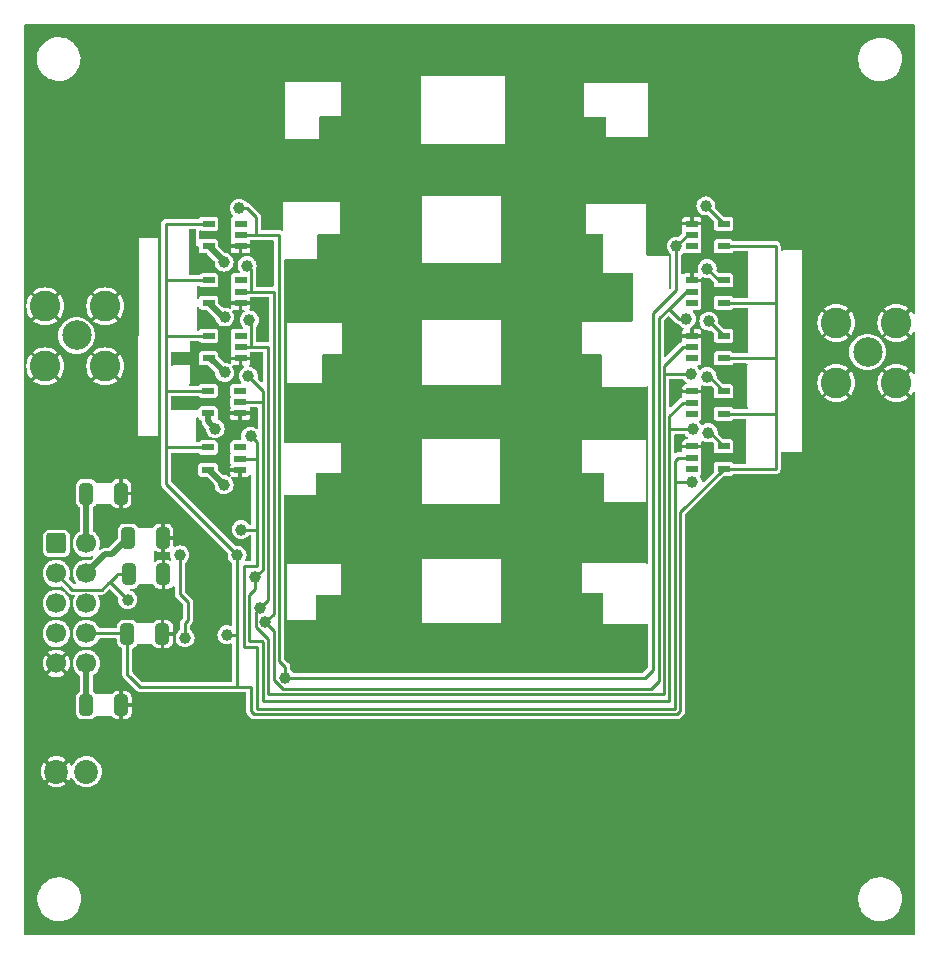
<source format=gbl>
G04 #@! TF.GenerationSoftware,KiCad,Pcbnew,7.0.10*
G04 #@! TF.CreationDate,2024-02-19T15:39:12-05:00*
G04 #@! TF.ProjectId,sdt_lpf,7364745f-6c70-4662-9e6b-696361645f70,rev?*
G04 #@! TF.SameCoordinates,PX62de0f0PY8af5bb0*
G04 #@! TF.FileFunction,Copper,L2,Bot*
G04 #@! TF.FilePolarity,Positive*
%FSLAX46Y46*%
G04 Gerber Fmt 4.6, Leading zero omitted, Abs format (unit mm)*
G04 Created by KiCad (PCBNEW 7.0.10) date 2024-02-19 15:39:12*
%MOMM*%
%LPD*%
G01*
G04 APERTURE LIST*
G04 Aperture macros list*
%AMRoundRect*
0 Rectangle with rounded corners*
0 $1 Rounding radius*
0 $2 $3 $4 $5 $6 $7 $8 $9 X,Y pos of 4 corners*
0 Add a 4 corners polygon primitive as box body*
4,1,4,$2,$3,$4,$5,$6,$7,$8,$9,$2,$3,0*
0 Add four circle primitives for the rounded corners*
1,1,$1+$1,$2,$3*
1,1,$1+$1,$4,$5*
1,1,$1+$1,$6,$7*
1,1,$1+$1,$8,$9*
0 Add four rect primitives between the rounded corners*
20,1,$1+$1,$2,$3,$4,$5,0*
20,1,$1+$1,$4,$5,$6,$7,0*
20,1,$1+$1,$6,$7,$8,$9,0*
20,1,$1+$1,$8,$9,$2,$3,0*%
G04 Aperture macros list end*
G04 #@! TA.AperFunction,ComponentPad*
%ADD10C,2.020000*%
G04 #@! TD*
G04 #@! TA.AperFunction,ComponentPad*
%ADD11C,2.600000*%
G04 #@! TD*
G04 #@! TA.AperFunction,ComponentPad*
%ADD12C,2.500000*%
G04 #@! TD*
G04 #@! TA.AperFunction,ComponentPad*
%ADD13RoundRect,0.250000X-0.600000X-0.600000X0.600000X-0.600000X0.600000X0.600000X-0.600000X0.600000X0*%
G04 #@! TD*
G04 #@! TA.AperFunction,ComponentPad*
%ADD14C,1.700000*%
G04 #@! TD*
G04 #@! TA.AperFunction,SMDPad,CuDef*
%ADD15RoundRect,0.250000X0.325000X0.650000X-0.325000X0.650000X-0.325000X-0.650000X0.325000X-0.650000X0*%
G04 #@! TD*
G04 #@! TA.AperFunction,SMDPad,CuDef*
%ADD16R,1.050000X0.600000*%
G04 #@! TD*
G04 #@! TA.AperFunction,ViaPad*
%ADD17C,1.000000*%
G04 #@! TD*
G04 #@! TA.AperFunction,Conductor*
%ADD18C,0.250000*%
G04 #@! TD*
G04 #@! TA.AperFunction,Conductor*
%ADD19C,0.500000*%
G04 #@! TD*
G04 APERTURE END LIST*
D10*
X2300000Y10800000D03*
X-240000Y10800000D03*
D11*
X-1180000Y50200000D03*
X-1180000Y45120000D03*
X3900000Y50200000D03*
X3900000Y45120000D03*
D12*
X1460000Y47735000D03*
D13*
X-250000Y30130000D03*
D14*
X2290000Y30130000D03*
X-250000Y27590000D03*
X2290000Y27590000D03*
X-250000Y25050000D03*
X2290000Y25050000D03*
X-250000Y22510000D03*
X2290000Y22510000D03*
X-250000Y19970000D03*
X2290000Y19970000D03*
D11*
X65800000Y48800000D03*
X65800000Y43720000D03*
X70880000Y48800000D03*
X70880000Y43720000D03*
D12*
X68440000Y46335000D03*
D15*
X5250000Y16450000D03*
X2300000Y16450000D03*
D16*
X15350000Y47700000D03*
X15350000Y46750000D03*
X15350000Y45800000D03*
X12650000Y45800000D03*
X12650000Y47700000D03*
X15350000Y57200000D03*
X15350000Y56250000D03*
X15350000Y55300000D03*
X12650000Y55300000D03*
X12650000Y57200000D03*
D15*
X8725000Y22450000D03*
X5775000Y22450000D03*
D16*
X15300000Y43050000D03*
X15300000Y42100000D03*
X15300000Y41150000D03*
X12600000Y41150000D03*
X12600000Y43050000D03*
X53550000Y55300000D03*
X53550000Y56250000D03*
X53550000Y57200000D03*
X56250000Y57200000D03*
X56250000Y55300000D03*
X53550000Y41100000D03*
X53550000Y42050000D03*
X53550000Y43000000D03*
X56250000Y43000000D03*
X56250000Y41100000D03*
X15300000Y38250000D03*
X15300000Y37300000D03*
X15300000Y36350000D03*
X12600000Y36350000D03*
X12600000Y38250000D03*
X15350000Y52400000D03*
X15350000Y51450000D03*
X15350000Y50500000D03*
X12650000Y50500000D03*
X12650000Y52400000D03*
D15*
X8825000Y27500000D03*
X5875000Y27500000D03*
D16*
X53550000Y45800000D03*
X53550000Y46750000D03*
X53550000Y47700000D03*
X56250000Y47700000D03*
X56250000Y45800000D03*
X53550000Y36450000D03*
X53550000Y37400000D03*
X53550000Y38350000D03*
X56250000Y38350000D03*
X56250000Y36450000D03*
D15*
X8775000Y30600000D03*
X5825000Y30600000D03*
D16*
X53550000Y50500000D03*
X53550000Y51450000D03*
X53550000Y52400000D03*
X56250000Y52400000D03*
X56250000Y50500000D03*
D15*
X5225000Y34350000D03*
X2275000Y34350000D03*
D17*
X3220000Y39100000D03*
X18430000Y65510000D03*
X50470000Y66660000D03*
X53025000Y58975000D03*
X7075000Y16450000D03*
X4500000Y18425000D03*
X47500000Y40400000D03*
X20300000Y40600000D03*
X-2200000Y57550000D03*
X-1850000Y26300000D03*
X19900000Y-1550000D03*
X52300000Y43150000D03*
X4250000Y24250000D03*
X61910000Y55640000D03*
X36900000Y21900000D03*
X45750000Y22000000D03*
X11050000Y37100000D03*
X34200000Y73300000D03*
X57750000Y42550000D03*
X34100000Y30400000D03*
X13700000Y58550000D03*
X34150000Y-1750000D03*
X37250000Y42350000D03*
X6950000Y34350000D03*
X63150000Y-2050000D03*
X61925000Y37200000D03*
X37050000Y32250000D03*
X5950000Y73150000D03*
X16850000Y50300000D03*
X47800000Y30300000D03*
X48200000Y60950000D03*
X7850000Y38575000D03*
X20300000Y61000000D03*
X71200000Y25200000D03*
X7400000Y19250000D03*
X57750000Y47000000D03*
X37150000Y52450000D03*
X56500000Y39750000D03*
X15000000Y16750000D03*
X12400000Y44400000D03*
X31650000Y22000000D03*
X15400000Y32850000D03*
X31750000Y32300000D03*
X55650000Y34100000D03*
X56550000Y49150000D03*
X20000000Y73300000D03*
X57750000Y51700000D03*
X20300000Y30500000D03*
X56450000Y53850000D03*
X19900000Y29000000D03*
X53600000Y14500000D03*
X6200000Y-1700000D03*
X45450000Y32300000D03*
X22400000Y32250000D03*
X34000000Y50550000D03*
X14825000Y39825000D03*
X33600000Y14250000D03*
X34200000Y60700000D03*
X10350000Y32000000D03*
X16900000Y55100000D03*
X47950000Y49500000D03*
X45700000Y51950000D03*
X9950000Y24400000D03*
X9725000Y58125000D03*
X12250000Y30350000D03*
X37450000Y62750000D03*
X15500000Y34850000D03*
X22300000Y62650000D03*
X49600000Y-1700000D03*
X70950000Y64350000D03*
X16750000Y45800000D03*
X71100000Y34500000D03*
X54050000Y25350000D03*
X63000000Y73150000D03*
X57750000Y56500000D03*
X50450000Y55350000D03*
X71100000Y6700000D03*
X44350000Y42300000D03*
X31200000Y62750000D03*
X31600000Y42350000D03*
X-1850000Y33100000D03*
X11050000Y45750000D03*
X11100000Y41950000D03*
X20100000Y50750000D03*
X22400000Y42300000D03*
X70900000Y57000000D03*
X52200000Y48200000D03*
X56400000Y44450000D03*
X6100000Y56100000D03*
X12200000Y33750000D03*
X71100000Y16150000D03*
X47800000Y20250000D03*
X22100000Y22150000D03*
X48400000Y73200000D03*
X31500000Y52550000D03*
X20100000Y20550000D03*
X57650000Y37600000D03*
X13600000Y19950000D03*
X46250000Y62650000D03*
X-2000000Y5350000D03*
X34100000Y20250000D03*
X22050000Y52450000D03*
X-2050000Y64750000D03*
X34100000Y40400000D03*
X13950000Y53950000D03*
X15400000Y31300000D03*
X16200000Y39200000D03*
X53600000Y35300000D03*
X16000000Y44300000D03*
X16600000Y27250000D03*
X53650000Y39800000D03*
X16100000Y49050000D03*
X53450000Y44500000D03*
X5800000Y25350000D03*
X17000000Y24650000D03*
X15250000Y58500000D03*
X19150000Y18750000D03*
X10650000Y22150000D03*
X52250000Y55300000D03*
X10191636Y29158364D03*
X14000000Y49300000D03*
X17450000Y23450000D03*
X15900000Y53650000D03*
X53100000Y49150000D03*
X14000000Y44600000D03*
X54750000Y58700000D03*
X54850000Y53400000D03*
X15050000Y29150000D03*
X14200000Y22400000D03*
X13950000Y35100000D03*
X13200000Y39850000D03*
X54950000Y39500000D03*
X55000000Y48950000D03*
X54850000Y44250000D03*
D18*
X5970000Y18830000D02*
X6800000Y18000000D01*
X5775000Y22450000D02*
X5775000Y19025000D01*
X5775000Y19025000D02*
X5970000Y18830000D01*
D19*
X2290000Y19970000D02*
X2290000Y16460000D01*
X2290000Y16460000D02*
X2300000Y16450000D01*
X13950000Y54000000D02*
X12650000Y55300000D01*
X13950000Y53950000D02*
X13950000Y54000000D01*
D18*
X16700000Y31300000D02*
X16700000Y37300000D01*
X16700000Y21350000D02*
X16700000Y16100000D01*
X16700000Y31300000D02*
X15400000Y31300000D01*
X15650000Y28200000D02*
X15650000Y21350000D01*
X52100000Y37100000D02*
X52100000Y35300000D01*
X16700000Y38700000D02*
X16200000Y39200000D01*
X16700000Y16100000D02*
X52100000Y16100000D01*
X16700000Y28200000D02*
X15650000Y28200000D01*
X16700000Y37300000D02*
X16700000Y38700000D01*
X52100000Y16100000D02*
X52100000Y35300000D01*
X15650000Y21350000D02*
X16700000Y21350000D01*
X15300000Y37300000D02*
X16700000Y37300000D01*
X53600000Y35300000D02*
X52100000Y35300000D01*
X52400000Y37400000D02*
X52100000Y37100000D01*
X53550000Y37400000D02*
X52400000Y37400000D01*
X16700000Y31300000D02*
X16700000Y28200000D01*
X16100000Y21850000D02*
X17200000Y21850000D01*
X17250000Y40675000D02*
X17250000Y28150000D01*
X17250000Y21800000D02*
X17250000Y16800000D01*
X51650000Y40925000D02*
X51650000Y39800000D01*
D19*
X2290000Y30130000D02*
X2290000Y34335000D01*
D18*
X53650000Y39800000D02*
X51650000Y39800000D01*
X17250000Y16800000D02*
X51600000Y16800000D01*
X52775000Y42050000D02*
X53550000Y42050000D01*
X16600000Y27250000D02*
X16600000Y26250000D01*
X2290000Y34335000D02*
X2275000Y34350000D01*
X15300000Y42100000D02*
X17250000Y42100000D01*
X16600000Y27250000D02*
X17250000Y27900000D01*
X16600000Y26250000D02*
X16100000Y25750000D01*
X17200000Y21850000D02*
X17250000Y21800000D01*
X17250000Y43050000D02*
X17250000Y42100000D01*
X51650000Y40925000D02*
X52775000Y42050000D01*
X16100000Y25750000D02*
X16100000Y21850000D01*
X51650000Y16850000D02*
X51600000Y16800000D01*
X17250000Y27900000D02*
X17250000Y28150000D01*
X16000000Y44300000D02*
X17250000Y43050000D01*
X51650000Y39800000D02*
X51650000Y16850000D01*
X17250000Y42100000D02*
X17250000Y40675000D01*
X17700000Y26000000D02*
X17700000Y46700000D01*
X52775000Y46750000D02*
X51200000Y45175000D01*
X17700000Y46700000D02*
X17650000Y46750000D01*
X51200000Y17400000D02*
X51150000Y17350000D01*
X16200000Y46825000D02*
X16125000Y46750000D01*
X4262500Y26887500D02*
X4162500Y26787500D01*
X5875000Y27500000D02*
X4850000Y27500000D01*
X5800000Y25350000D02*
X4262500Y26887500D01*
X17700000Y22000000D02*
X17700000Y21850000D01*
X1115000Y26225000D02*
X-250000Y27590000D01*
X17700000Y25350000D02*
X17700000Y26000000D01*
X17000000Y24650000D02*
X16625000Y24275000D01*
X17000000Y24650000D02*
X17700000Y25350000D01*
X51250000Y44500000D02*
X51200000Y44550000D01*
X3600000Y26225000D02*
X1115000Y26225000D01*
X4162500Y26787500D02*
X3600000Y26225000D01*
X53450000Y44500000D02*
X51250000Y44500000D01*
X4850000Y27500000D02*
X4850000Y27475000D01*
X16100000Y49050000D02*
X16200000Y48950000D01*
X17700000Y17350000D02*
X17700000Y21850000D01*
X16125000Y46750000D02*
X15350000Y46750000D01*
X16200000Y48950000D02*
X16200000Y46825000D01*
X4850000Y27475000D02*
X4262500Y26887500D01*
X16625000Y23075000D02*
X17700000Y22000000D01*
X51200000Y45175000D02*
X51200000Y44550000D01*
X17650000Y46750000D02*
X15350000Y46750000D01*
X16625000Y24275000D02*
X16625000Y23075000D01*
X51150000Y17350000D02*
X17700000Y17350000D01*
X51200000Y44550000D02*
X51200000Y17400000D01*
X53550000Y46750000D02*
X52775000Y46750000D01*
X16650000Y57750000D02*
X16650000Y56250000D01*
X15350000Y56250000D02*
X16125000Y56250000D01*
X50300000Y49650000D02*
X52250000Y51600000D01*
X16650000Y56250000D02*
X18600000Y56250000D01*
X10900000Y23650000D02*
X10900000Y25150000D01*
X19150000Y18750000D02*
X49600000Y18750000D01*
X53550000Y56250000D02*
X53175000Y56250000D01*
X10900000Y25150000D02*
X10191636Y25858364D01*
X16125000Y56250000D02*
X16650000Y56250000D01*
X15250000Y58500000D02*
X15900000Y58500000D01*
X10191636Y25858364D02*
X10191636Y28191636D01*
X52250000Y51600000D02*
X52250000Y55300000D01*
X10650000Y23400000D02*
X10900000Y23650000D01*
X18600000Y56250000D02*
X18600000Y20200000D01*
X19150000Y19650000D02*
X18600000Y20200000D01*
X10650000Y22150000D02*
X10650000Y23400000D01*
X49600000Y18750000D02*
X50300000Y19450000D01*
X53200000Y56250000D02*
X52250000Y55300000D01*
X19150000Y18750000D02*
X19150000Y19650000D01*
X53550000Y56250000D02*
X53200000Y56250000D01*
X15900000Y58500000D02*
X16650000Y57750000D01*
X10191636Y28191636D02*
X10191636Y29158364D01*
X50300000Y19450000D02*
X50300000Y49650000D01*
D19*
X14000000Y49300000D02*
X13850000Y49300000D01*
X13850000Y49300000D02*
X12650000Y50500000D01*
D18*
X52450000Y49150000D02*
X51587500Y50012500D01*
D19*
X5825000Y30600000D02*
X4425000Y29200000D01*
X4425000Y29200000D02*
X3900000Y29200000D01*
D18*
X18933273Y17800000D02*
X50100000Y17800000D01*
X16150000Y51450000D02*
X18150000Y51450000D01*
X15350000Y51450000D02*
X16150000Y51450000D01*
X50750000Y49175000D02*
X51587500Y50012500D01*
X17450000Y23450000D02*
X18150000Y22750000D01*
X17450000Y23450000D02*
X18150000Y24150000D01*
X15900000Y53650000D02*
X16200000Y53350000D01*
X50100000Y17800000D02*
X50750000Y18450000D01*
X18150000Y18583273D02*
X18933273Y17800000D01*
X16200000Y53350000D02*
X16200000Y51500000D01*
X16200000Y51500000D02*
X16150000Y51450000D01*
X18150000Y51450000D02*
X18150000Y24150000D01*
X53550000Y51450000D02*
X53025000Y51450000D01*
X53025000Y51450000D02*
X51587500Y50012500D01*
X53100000Y49150000D02*
X52450000Y49150000D01*
X50750000Y18450000D02*
X50750000Y49175000D01*
D19*
X2290000Y27590000D02*
X3900000Y29200000D01*
D18*
X18150000Y22750000D02*
X18150000Y18583273D01*
D19*
X12800000Y45800000D02*
X14000000Y44600000D01*
X12650000Y45800000D02*
X12800000Y45800000D01*
D18*
X56250000Y57200000D02*
X54750000Y58700000D01*
X56250000Y52400000D02*
X55850000Y52400000D01*
X55850000Y52400000D02*
X54850000Y53400000D01*
X6800000Y18000000D02*
X15050000Y18000000D01*
X52550000Y15913604D02*
X52550000Y32750000D01*
X60650000Y55300000D02*
X56250000Y55300000D01*
X60650000Y45800000D02*
X60650000Y41100000D01*
X5715000Y22510000D02*
X5775000Y22450000D01*
X9050000Y52400000D02*
X9050000Y47700000D01*
X9050000Y38250000D02*
X12600000Y38250000D01*
X9050000Y43050000D02*
X11050000Y43050000D01*
X16250000Y15913604D02*
X16513604Y15650000D01*
X15050000Y22400000D02*
X15050000Y18000000D01*
X11050000Y43050000D02*
X12600000Y43050000D01*
X15050000Y29150000D02*
X9050000Y35150000D01*
X52550000Y32750000D02*
X56250000Y36450000D01*
X60650000Y50500000D02*
X60650000Y55300000D01*
X52286396Y15650000D02*
X52550000Y15913604D01*
X60650000Y41100000D02*
X56250000Y41100000D01*
X9050000Y43050000D02*
X9050000Y38250000D01*
X2290000Y22510000D02*
X5715000Y22510000D01*
X56250000Y36450000D02*
X60650000Y36450000D01*
X14200000Y22400000D02*
X15050000Y22400000D01*
X12650000Y57200000D02*
X9050000Y57200000D01*
X16513604Y15650000D02*
X52286396Y15650000D01*
X57550000Y45800000D02*
X60650000Y45800000D01*
X57550000Y45800000D02*
X56250000Y45800000D01*
X57550000Y50500000D02*
X56250000Y50500000D01*
X60650000Y50500000D02*
X57550000Y50500000D01*
X15050000Y29150000D02*
X15050000Y22400000D01*
X9050000Y35150000D02*
X9050000Y38250000D01*
X9050000Y52400000D02*
X12650000Y52400000D01*
X9050000Y57200000D02*
X9050000Y52400000D01*
X11050000Y47700000D02*
X12650000Y47700000D01*
X60650000Y45800000D02*
X60650000Y50500000D01*
X60650000Y36450000D02*
X60650000Y41100000D01*
X9050000Y47700000D02*
X11050000Y47700000D01*
X15050000Y18000000D02*
X16250000Y18000000D01*
X9050000Y47700000D02*
X9050000Y43050000D01*
X16250000Y18000000D02*
X16250000Y15913604D01*
D19*
X12600000Y36350000D02*
X12700000Y36350000D01*
X12700000Y36350000D02*
X13950000Y35100000D01*
X13200000Y39850000D02*
X12600000Y40450000D01*
X12600000Y40450000D02*
X12600000Y41150000D01*
D18*
X55100000Y39500000D02*
X56250000Y38350000D01*
X54800000Y39500000D02*
X55100000Y39500000D01*
X56250000Y47700000D02*
X55000000Y48950000D01*
X55000000Y44250000D02*
X56250000Y43000000D01*
X54850000Y44250000D02*
X55000000Y44250000D01*
G04 #@! TA.AperFunction,Conductor*
G36*
X72408691Y74080593D02*
G01*
X72444655Y74031093D01*
X72449500Y74000500D01*
X72449500Y49652047D01*
X72430593Y49593856D01*
X72381093Y49557892D01*
X72319907Y49557892D01*
X72270407Y49593856D01*
X72266089Y49600320D01*
X72178432Y49743363D01*
X72178428Y49743368D01*
X72112588Y49820457D01*
X71542089Y49249959D01*
X71509423Y49301948D01*
X71381948Y49429423D01*
X71329956Y49462092D01*
X71900455Y50032590D01*
X71823367Y50098429D01*
X71823362Y50098433D01*
X71608640Y50230015D01*
X71608628Y50230021D01*
X71375957Y50326396D01*
X71375958Y50326396D01*
X71131067Y50385189D01*
X70880000Y50404948D01*
X70628932Y50385189D01*
X70384042Y50326396D01*
X70151371Y50230021D01*
X70151359Y50230015D01*
X69936637Y50098433D01*
X69936633Y50098430D01*
X69859543Y50032590D01*
X70430042Y49462091D01*
X70378052Y49429423D01*
X70250577Y49301948D01*
X70217909Y49249958D01*
X69647410Y49820457D01*
X69581570Y49743367D01*
X69581567Y49743363D01*
X69449985Y49528641D01*
X69449979Y49528629D01*
X69353604Y49295958D01*
X69294811Y49051068D01*
X69275052Y48800000D01*
X69294811Y48548933D01*
X69353604Y48304043D01*
X69449979Y48071372D01*
X69449985Y48071360D01*
X69581567Y47856638D01*
X69581571Y47856633D01*
X69647410Y47779545D01*
X70217908Y48350044D01*
X70250577Y48298052D01*
X70378052Y48170577D01*
X70430041Y48137911D01*
X69859543Y47567412D01*
X69936632Y47501572D01*
X69936637Y47501568D01*
X70151359Y47369986D01*
X70151371Y47369980D01*
X70384042Y47273605D01*
X70384041Y47273605D01*
X70628932Y47214812D01*
X70880000Y47195053D01*
X71131067Y47214812D01*
X71375957Y47273605D01*
X71608628Y47369980D01*
X71608640Y47369986D01*
X71823357Y47501565D01*
X71823370Y47501575D01*
X71900455Y47567412D01*
X71329957Y48137910D01*
X71381948Y48170577D01*
X71509423Y48298052D01*
X71542090Y48350043D01*
X72112588Y47779545D01*
X72178425Y47856630D01*
X72178435Y47856643D01*
X72266089Y47999681D01*
X72312614Y48039418D01*
X72373611Y48044219D01*
X72425780Y48012249D01*
X72449195Y47955722D01*
X72449500Y47947954D01*
X72449500Y44572047D01*
X72430593Y44513856D01*
X72381093Y44477892D01*
X72319907Y44477892D01*
X72270407Y44513856D01*
X72266089Y44520320D01*
X72178432Y44663363D01*
X72178428Y44663368D01*
X72112588Y44740457D01*
X71542089Y44169959D01*
X71509423Y44221948D01*
X71381948Y44349423D01*
X71329956Y44382092D01*
X71900455Y44952590D01*
X71823367Y45018429D01*
X71823362Y45018433D01*
X71608640Y45150015D01*
X71608628Y45150021D01*
X71375957Y45246396D01*
X71375958Y45246396D01*
X71131067Y45305189D01*
X70880000Y45324948D01*
X70628932Y45305189D01*
X70384042Y45246396D01*
X70151371Y45150021D01*
X70151359Y45150015D01*
X69936637Y45018433D01*
X69936633Y45018430D01*
X69859543Y44952590D01*
X70430042Y44382091D01*
X70378052Y44349423D01*
X70250577Y44221948D01*
X70217909Y44169958D01*
X69647410Y44740457D01*
X69581570Y44663367D01*
X69581567Y44663363D01*
X69449985Y44448641D01*
X69449979Y44448629D01*
X69353604Y44215958D01*
X69294811Y43971068D01*
X69275052Y43720000D01*
X69294811Y43468933D01*
X69353604Y43224043D01*
X69449979Y42991372D01*
X69449985Y42991360D01*
X69581567Y42776638D01*
X69581571Y42776633D01*
X69647410Y42699545D01*
X70217908Y43270044D01*
X70250577Y43218052D01*
X70378052Y43090577D01*
X70430041Y43057911D01*
X69859543Y42487412D01*
X69936632Y42421572D01*
X69936637Y42421568D01*
X70151359Y42289986D01*
X70151371Y42289980D01*
X70384042Y42193605D01*
X70384041Y42193605D01*
X70628932Y42134812D01*
X70880000Y42115053D01*
X71131067Y42134812D01*
X71375957Y42193605D01*
X71608628Y42289980D01*
X71608640Y42289986D01*
X71823357Y42421565D01*
X71823370Y42421575D01*
X71900455Y42487412D01*
X71329957Y43057910D01*
X71381948Y43090577D01*
X71509423Y43218052D01*
X71542090Y43270043D01*
X72112588Y42699545D01*
X72178425Y42776630D01*
X72178435Y42776643D01*
X72266089Y42919681D01*
X72312614Y42959418D01*
X72373611Y42964219D01*
X72425780Y42932249D01*
X72449195Y42875722D01*
X72449500Y42867954D01*
X72449500Y-2900500D01*
X72430593Y-2958691D01*
X72381093Y-2994655D01*
X72350500Y-2999500D01*
X-2900500Y-2999500D01*
X-2958691Y-2980593D01*
X-2994655Y-2931093D01*
X-2999500Y-2900500D01*
X-2999500Y-67765D01*
X-1854212Y-67765D01*
X-1824586Y-337020D01*
X-1790003Y-469301D01*
X-1756072Y-599088D01*
X-1650130Y-848390D01*
X-1578001Y-966577D01*
X-1509017Y-1079612D01*
X-1419748Y-1186880D01*
X-1335745Y-1287820D01*
X-1134002Y-1468582D01*
X-911376Y-1615870D01*
X-908087Y-1618046D01*
X-775900Y-1680012D01*
X-662824Y-1733020D01*
X-517372Y-1776780D01*
X-403445Y-1811056D01*
X-403441Y-1811057D01*
X-403431Y-1811060D01*
X-236160Y-1835677D01*
X-135440Y-1850500D01*
X-135439Y-1850500D01*
X67631Y-1850500D01*
X270156Y-1835677D01*
X534553Y-1776780D01*
X787558Y-1680014D01*
X1023777Y-1547441D01*
X1238177Y-1381888D01*
X1426186Y-1186881D01*
X1583799Y-966579D01*
X1707656Y-725675D01*
X1795118Y-469305D01*
X1844319Y-202933D01*
X1849259Y-67765D01*
X67645788Y-67765D01*
X67675414Y-337020D01*
X67709997Y-469301D01*
X67743928Y-599088D01*
X67849870Y-848390D01*
X67921999Y-966577D01*
X67990983Y-1079612D01*
X68080252Y-1186880D01*
X68164255Y-1287820D01*
X68365998Y-1468582D01*
X68588624Y-1615870D01*
X68591913Y-1618046D01*
X68724100Y-1680012D01*
X68837176Y-1733020D01*
X68982628Y-1776780D01*
X69096555Y-1811056D01*
X69096559Y-1811057D01*
X69096569Y-1811060D01*
X69263840Y-1835677D01*
X69364560Y-1850500D01*
X69364561Y-1850500D01*
X69567631Y-1850500D01*
X69770156Y-1835677D01*
X70034553Y-1776780D01*
X70287558Y-1680014D01*
X70523777Y-1547441D01*
X70738177Y-1381888D01*
X70926186Y-1186881D01*
X71083799Y-966579D01*
X71207656Y-725675D01*
X71295118Y-469305D01*
X71344319Y-202933D01*
X71354212Y67765D01*
X71324586Y337018D01*
X71256072Y599088D01*
X71150130Y848390D01*
X71009018Y1079610D01*
X70835745Y1287820D01*
X70730754Y1381892D01*
X70634007Y1468578D01*
X70634004Y1468580D01*
X70634002Y1468582D01*
X70484489Y1567499D01*
X70408086Y1618047D01*
X70162822Y1733021D01*
X69903444Y1811057D01*
X69903428Y1811061D01*
X69635440Y1850500D01*
X69635439Y1850500D01*
X69432369Y1850500D01*
X69229848Y1835678D01*
X68965450Y1776781D01*
X68712439Y1680013D01*
X68476219Y1547439D01*
X68261826Y1381892D01*
X68073814Y1186881D01*
X67916199Y966578D01*
X67792342Y725672D01*
X67704884Y469313D01*
X67704881Y469302D01*
X67655680Y202931D01*
X67645788Y-67765D01*
X1849259Y-67765D01*
X1854212Y67765D01*
X1824586Y337018D01*
X1756072Y599088D01*
X1650130Y848390D01*
X1509018Y1079610D01*
X1335745Y1287820D01*
X1230754Y1381892D01*
X1134007Y1468578D01*
X1134004Y1468580D01*
X1134002Y1468582D01*
X984489Y1567499D01*
X908086Y1618047D01*
X662822Y1733021D01*
X403444Y1811057D01*
X403428Y1811061D01*
X135440Y1850500D01*
X135439Y1850500D01*
X-67631Y1850500D01*
X-270152Y1835678D01*
X-534550Y1776781D01*
X-787561Y1680013D01*
X-1023781Y1547439D01*
X-1238174Y1381892D01*
X-1426186Y1186881D01*
X-1583801Y966578D01*
X-1707658Y725672D01*
X-1795116Y469313D01*
X-1795119Y469302D01*
X-1844320Y202931D01*
X-1854212Y-67765D01*
X-2999500Y-67765D01*
X-2999500Y10799997D01*
X-1555004Y10799997D01*
X-1535028Y10571660D01*
X-1475699Y10350238D01*
X-1378833Y10142508D01*
X-1378829Y10142501D01*
X-1267965Y9984170D01*
X-692052Y10560084D01*
X-629395Y10462587D01*
X-518562Y10366549D01*
X-479266Y10348604D01*
X-1055832Y9772037D01*
X-897500Y9661172D01*
X-897493Y9661168D01*
X-689762Y9564302D01*
X-689763Y9564302D01*
X-468341Y9504973D01*
X-240003Y9484996D01*
X-239997Y9484996D01*
X-11660Y9504973D01*
X209762Y9564302D01*
X417493Y9661169D01*
X417503Y9661174D01*
X575830Y9772037D01*
X-736Y10348603D01*
X38562Y10366549D01*
X149395Y10462587D01*
X212051Y10560082D01*
X787963Y9984170D01*
X898826Y10142497D01*
X898826Y10142498D01*
X939999Y10230793D01*
X981727Y10275541D01*
X1041789Y10287216D01*
X1097241Y10261358D01*
X1119449Y10230793D01*
X1160619Y10142501D01*
X1160738Y10142247D01*
X1292264Y9954409D01*
X1454409Y9792264D01*
X1642247Y9660738D01*
X1850070Y9563829D01*
X2071565Y9504479D01*
X2071569Y9504479D01*
X2071572Y9504478D01*
X2299997Y9484494D01*
X2300000Y9484494D01*
X2300003Y9484494D01*
X2528427Y9504478D01*
X2528428Y9504479D01*
X2528435Y9504479D01*
X2749930Y9563829D01*
X2957753Y9660738D01*
X3145591Y9792264D01*
X3307736Y9954409D01*
X3439262Y10142247D01*
X3536171Y10350070D01*
X3595521Y10571565D01*
X3595530Y10571660D01*
X3615506Y10799997D01*
X3615506Y10800004D01*
X3595522Y11028428D01*
X3595521Y11028431D01*
X3595521Y11028435D01*
X3536171Y11249930D01*
X3439262Y11457753D01*
X3307736Y11645591D01*
X3145591Y11807736D01*
X3145587Y11807739D01*
X3145586Y11807740D01*
X2958371Y11938829D01*
X2957753Y11939262D01*
X2749930Y12036171D01*
X2528435Y12095521D01*
X2528434Y12095522D01*
X2528427Y12095523D01*
X2300003Y12115506D01*
X2299997Y12115506D01*
X2071572Y12095523D01*
X2071565Y12095521D01*
X1850070Y12036171D01*
X1753162Y11990983D01*
X1642248Y11939263D01*
X1454413Y11807740D01*
X1292260Y11645587D01*
X1160737Y11457752D01*
X1119449Y11369208D01*
X1077720Y11324460D01*
X1017659Y11312785D01*
X962206Y11338643D01*
X939999Y11369208D01*
X898827Y11457501D01*
X787963Y11615832D01*
X212050Y11039920D01*
X149395Y11137413D01*
X38562Y11233451D01*
X-737Y11251399D01*
X575830Y11827965D01*
X417499Y11938829D01*
X417492Y11938833D01*
X209761Y12035699D01*
X209762Y12035699D01*
X-11660Y12095028D01*
X-239997Y12115004D01*
X-240003Y12115004D01*
X-468341Y12095028D01*
X-689763Y12035699D01*
X-897493Y11938833D01*
X-897500Y11938829D01*
X-1055832Y11827965D01*
X-479265Y11251398D01*
X-518562Y11233451D01*
X-629395Y11137413D01*
X-692052Y11039919D01*
X-1267965Y11615832D01*
X-1378829Y11457500D01*
X-1378833Y11457493D01*
X-1475699Y11249763D01*
X-1535028Y11028341D01*
X-1555004Y10800004D01*
X-1555004Y10799997D01*
X-2999500Y10799997D01*
X-2999500Y19970000D01*
X-1404927Y19970000D01*
X-1385262Y19757784D01*
X-1326936Y19552790D01*
X-1231941Y19362013D01*
X-1231932Y19361998D01*
X-1162319Y19269817D01*
X-694817Y19737319D01*
X-631761Y19639202D01*
X-523100Y19545048D01*
X-481720Y19526150D01*
X-953073Y19054796D01*
X-945997Y19048347D01*
X-945995Y19048346D01*
X-764798Y18936154D01*
X-764796Y18936153D01*
X-566059Y18859162D01*
X-356563Y18820000D01*
X-143437Y18820000D01*
X66058Y18859162D01*
X264793Y18936153D01*
X446001Y19048351D01*
X453071Y19054796D01*
X-18283Y19526150D01*
X23100Y19545048D01*
X131761Y19639202D01*
X194815Y19737318D01*
X662316Y19269817D01*
X731937Y19362008D01*
X731942Y19362017D01*
X826935Y19552790D01*
X885261Y19757784D01*
X904926Y19970000D01*
X1134571Y19970000D01*
X1154227Y19757868D01*
X1154244Y19757690D01*
X1212595Y19552611D01*
X1307634Y19361745D01*
X1436128Y19191593D01*
X1436135Y19191587D01*
X1593692Y19047953D01*
X1593693Y19047953D01*
X1593698Y19047948D01*
X1692619Y18986699D01*
X1732138Y18939992D01*
X1739500Y18902529D01*
X1739500Y17661472D01*
X1720593Y17603281D01*
X1700320Y17582589D01*
X1582082Y17492926D01*
X1582075Y17492919D01*
X1490640Y17372344D01*
X1490637Y17372340D01*
X1435123Y17231566D01*
X1424500Y17143107D01*
X1424500Y15756894D01*
X1435123Y15668435D01*
X1490637Y15527661D01*
X1490638Y15527659D01*
X1490639Y15527658D01*
X1582078Y15407078D01*
X1702658Y15315639D01*
X1702659Y15315639D01*
X1702660Y15315638D01*
X1738580Y15301473D01*
X1843436Y15260123D01*
X1931898Y15249500D01*
X1931900Y15249500D01*
X2668100Y15249500D01*
X2668102Y15249500D01*
X2756564Y15260123D01*
X2897342Y15315639D01*
X3017922Y15407078D01*
X3096592Y15510820D01*
X3146818Y15545762D01*
X3175475Y15550000D01*
X4375152Y15550000D01*
X4433343Y15531093D01*
X4454036Y15510820D01*
X4532435Y15407436D01*
X4652904Y15316081D01*
X4793556Y15260614D01*
X4881935Y15250001D01*
X4881942Y15250000D01*
X5099999Y15250000D01*
X5100000Y15250001D01*
X5400000Y15250001D01*
X5400001Y15250000D01*
X5618058Y15250000D01*
X5618064Y15250001D01*
X5706443Y15260614D01*
X5847095Y15316081D01*
X5967564Y15407436D01*
X6058919Y15527905D01*
X6114386Y15668557D01*
X6124999Y15756936D01*
X6125000Y15756942D01*
X6125000Y16299999D01*
X6124999Y16300000D01*
X5400001Y16300000D01*
X5400000Y16299999D01*
X5400000Y15250001D01*
X5100000Y15250001D01*
X5100000Y16600001D01*
X5400000Y16600001D01*
X5400001Y16600000D01*
X6124999Y16600000D01*
X6125000Y16600001D01*
X6125000Y17143059D01*
X6124999Y17143065D01*
X6114386Y17231444D01*
X6058919Y17372096D01*
X5967564Y17492565D01*
X5847095Y17583920D01*
X5706443Y17639387D01*
X5618064Y17650000D01*
X5400001Y17650000D01*
X5400000Y17649999D01*
X5400000Y16600001D01*
X5100000Y16600001D01*
X5100000Y17649999D01*
X5099999Y17650000D01*
X4881935Y17650000D01*
X4793556Y17639387D01*
X4652904Y17583920D01*
X4532435Y17492565D01*
X4454036Y17389180D01*
X4403809Y17354238D01*
X4375152Y17350000D01*
X3175475Y17350000D01*
X3117284Y17368907D01*
X3096592Y17389180D01*
X3017922Y17492922D01*
X3010145Y17498820D01*
X2897340Y17584363D01*
X2891438Y17587681D01*
X2892996Y17590453D01*
X2855964Y17621027D01*
X2840500Y17674156D01*
X2840500Y18902529D01*
X2859407Y18960720D01*
X2887379Y18986698D01*
X2986302Y19047948D01*
X3143872Y19191593D01*
X3272366Y19361745D01*
X3367405Y19552611D01*
X3425756Y19757690D01*
X3445429Y19970000D01*
X3425756Y20182310D01*
X3367405Y20387389D01*
X3272366Y20578255D01*
X3143872Y20748407D01*
X2993812Y20885206D01*
X2986307Y20892048D01*
X2986300Y20892054D01*
X2805024Y21004295D01*
X2805019Y21004298D01*
X2606195Y21081322D01*
X2396610Y21120500D01*
X2183390Y21120500D01*
X1973804Y21081322D01*
X1774980Y21004298D01*
X1774975Y21004295D01*
X1593699Y20892054D01*
X1593692Y20892048D01*
X1436135Y20748414D01*
X1436131Y20748411D01*
X1436128Y20748407D01*
X1436125Y20748403D01*
X1307635Y20578257D01*
X1307630Y20578248D01*
X1212596Y20387392D01*
X1154244Y20182312D01*
X1134571Y19970000D01*
X904926Y19970000D01*
X885261Y20182217D01*
X826935Y20387211D01*
X731940Y20577988D01*
X731935Y20577997D01*
X662316Y20670185D01*
X194814Y20202684D01*
X131761Y20300798D01*
X23100Y20394952D01*
X-18284Y20413852D01*
X453071Y20885206D01*
X445996Y20891654D01*
X264797Y21003847D01*
X264795Y21003848D01*
X66058Y21080839D01*
X-143437Y21120000D01*
X-356563Y21120000D01*
X-566059Y21080839D01*
X-764796Y21003848D01*
X-764798Y21003847D01*
X-945998Y20891653D01*
X-953073Y20885206D01*
X-481718Y20413851D01*
X-523100Y20394952D01*
X-631761Y20300798D01*
X-694816Y20202683D01*
X-1162318Y20670185D01*
X-1231938Y20577993D01*
X-1231943Y20577984D01*
X-1326936Y20387211D01*
X-1385262Y20182217D01*
X-1404927Y19970000D01*
X-2999500Y19970000D01*
X-2999500Y22510000D01*
X-1405429Y22510000D01*
X-1385756Y22297689D01*
X-1363863Y22220745D01*
X-1327405Y22092611D01*
X-1232366Y21901745D01*
X-1103872Y21731593D01*
X-1103865Y21731587D01*
X-946308Y21587953D01*
X-946301Y21587947D01*
X-849334Y21527908D01*
X-765019Y21475702D01*
X-566198Y21398679D01*
X-356610Y21359500D01*
X-143390Y21359500D01*
X66198Y21398679D01*
X265019Y21475702D01*
X446302Y21587948D01*
X603872Y21731593D01*
X732366Y21901745D01*
X827405Y22092611D01*
X885756Y22297690D01*
X905429Y22510000D01*
X1134571Y22510000D01*
X1154244Y22297689D01*
X1176137Y22220745D01*
X1212595Y22092611D01*
X1307634Y21901745D01*
X1436128Y21731593D01*
X1436135Y21731587D01*
X1593692Y21587953D01*
X1593699Y21587947D01*
X1690666Y21527908D01*
X1774981Y21475702D01*
X1973802Y21398679D01*
X2183390Y21359500D01*
X2396610Y21359500D01*
X2606198Y21398679D01*
X2805019Y21475702D01*
X2986302Y21587948D01*
X3143872Y21731593D01*
X3272366Y21901745D01*
X3336043Y22029627D01*
X3378905Y22073290D01*
X3424664Y22084500D01*
X4800500Y22084500D01*
X4858691Y22065593D01*
X4894655Y22016093D01*
X4899500Y21985500D01*
X4899500Y21756894D01*
X4910123Y21668435D01*
X4965637Y21527661D01*
X4965638Y21527659D01*
X4965639Y21527658D01*
X5057078Y21407078D01*
X5177658Y21315639D01*
X5177659Y21315639D01*
X5177660Y21315638D01*
X5286819Y21272591D01*
X5334016Y21233655D01*
X5349500Y21180494D01*
X5349500Y19092393D01*
X5349500Y18957607D01*
X5355224Y18939992D01*
X5357569Y18932775D01*
X5361195Y18917671D01*
X5365281Y18891874D01*
X5365281Y18891873D01*
X5377135Y18868609D01*
X5383079Y18854259D01*
X5391150Y18829421D01*
X5391151Y18829419D01*
X5406497Y18808298D01*
X5414615Y18795050D01*
X5426470Y18771782D01*
X5426471Y18771780D01*
X5450445Y18747806D01*
X5450446Y18747806D01*
X6451472Y17746780D01*
X6451471Y17746780D01*
X6546778Y17651473D01*
X6546779Y17651473D01*
X6546780Y17651472D01*
X6570050Y17639616D01*
X6583284Y17631506D01*
X6604419Y17616151D01*
X6629253Y17608083D01*
X6643604Y17602138D01*
X6666536Y17590453D01*
X6666874Y17590281D01*
X6692666Y17586197D01*
X6707776Y17582569D01*
X6732607Y17574500D01*
X6766512Y17574500D01*
X15008721Y17574500D01*
X15024207Y17573282D01*
X15050000Y17569196D01*
X15075792Y17573282D01*
X15091279Y17574500D01*
X15725500Y17574500D01*
X15783691Y17555593D01*
X15819655Y17506093D01*
X15824500Y17475500D01*
X15824500Y15980997D01*
X15824500Y15846211D01*
X15832566Y15821388D01*
X15832569Y15821379D01*
X15836195Y15806275D01*
X15840281Y15780478D01*
X15840281Y15780477D01*
X15852135Y15757213D01*
X15858079Y15742863D01*
X15866150Y15718025D01*
X15881497Y15696902D01*
X15889615Y15683654D01*
X15901470Y15660386D01*
X15901471Y15660384D01*
X15925445Y15636410D01*
X15925446Y15636410D01*
X16165076Y15396780D01*
X16165075Y15396780D01*
X16260382Y15301473D01*
X16260383Y15301473D01*
X16260384Y15301472D01*
X16283654Y15289616D01*
X16296888Y15281506D01*
X16318023Y15266151D01*
X16342857Y15258083D01*
X16357208Y15252138D01*
X16380476Y15240282D01*
X16380478Y15240281D01*
X16406270Y15236197D01*
X16421379Y15232569D01*
X16446211Y15224500D01*
X52353790Y15224500D01*
X52363271Y15227582D01*
X52378618Y15232569D01*
X52393724Y15236197D01*
X52419522Y15240281D01*
X52442801Y15252144D01*
X52457134Y15258080D01*
X52481977Y15266151D01*
X52503103Y15281502D01*
X52516346Y15289617D01*
X52539616Y15301472D01*
X52634924Y15396780D01*
X52874553Y15636409D01*
X52874554Y15636410D01*
X52898528Y15660384D01*
X52910385Y15683657D01*
X52918494Y15696890D01*
X52933849Y15718023D01*
X52941920Y15742866D01*
X52947856Y15757199D01*
X52959719Y15780478D01*
X52963803Y15806276D01*
X52967431Y15821382D01*
X52975500Y15846211D01*
X52975500Y15980997D01*
X52975500Y32532746D01*
X52994407Y32590937D01*
X53004490Y32602744D01*
X56222251Y35820506D01*
X56276768Y35848282D01*
X56292255Y35849501D01*
X56819861Y35849501D01*
X56819864Y35849501D01*
X56844991Y35852415D01*
X56947765Y35897794D01*
X57027206Y35977235D01*
X57027206Y35977236D01*
X57027208Y35977237D01*
X57030094Y35981449D01*
X57078578Y36018771D01*
X57111768Y36024500D01*
X60608721Y36024500D01*
X60624207Y36023282D01*
X60650000Y36019196D01*
X60783126Y36040281D01*
X60903220Y36101472D01*
X60998528Y36196780D01*
X61059719Y36316874D01*
X61075500Y36416512D01*
X61080804Y36450000D01*
X61076719Y36475793D01*
X61075500Y36491280D01*
X61075500Y37785493D01*
X61094407Y37843684D01*
X61143907Y37879648D01*
X61205093Y37879648D01*
X61244504Y37855497D01*
X61250000Y37850001D01*
X61250000Y37850000D01*
X61250001Y37850000D01*
X62899999Y37850000D01*
X62900000Y37850000D01*
X62900000Y43720000D01*
X64195052Y43720000D01*
X64214811Y43468933D01*
X64273604Y43224043D01*
X64369979Y42991372D01*
X64369985Y42991360D01*
X64501567Y42776638D01*
X64501571Y42776633D01*
X64567410Y42699545D01*
X65137908Y43270044D01*
X65170577Y43218052D01*
X65298052Y43090577D01*
X65350041Y43057911D01*
X64779543Y42487412D01*
X64856632Y42421572D01*
X64856637Y42421568D01*
X65071359Y42289986D01*
X65071371Y42289980D01*
X65304042Y42193605D01*
X65304041Y42193605D01*
X65548932Y42134812D01*
X65800000Y42115053D01*
X66051067Y42134812D01*
X66295957Y42193605D01*
X66528628Y42289980D01*
X66528640Y42289986D01*
X66743357Y42421565D01*
X66743370Y42421575D01*
X66820455Y42487412D01*
X66249957Y43057910D01*
X66301948Y43090577D01*
X66429423Y43218052D01*
X66462090Y43270043D01*
X67032588Y42699545D01*
X67098425Y42776630D01*
X67098435Y42776643D01*
X67230014Y42991360D01*
X67230020Y42991372D01*
X67326395Y43224043D01*
X67385188Y43468933D01*
X67404947Y43720000D01*
X67385188Y43971068D01*
X67326395Y44215958D01*
X67230020Y44448629D01*
X67230014Y44448641D01*
X67098432Y44663363D01*
X67098428Y44663368D01*
X67032588Y44740457D01*
X66462089Y44169959D01*
X66429423Y44221948D01*
X66301948Y44349423D01*
X66249956Y44382092D01*
X66820455Y44952590D01*
X66743367Y45018429D01*
X66743362Y45018433D01*
X66528640Y45150015D01*
X66528628Y45150021D01*
X66295957Y45246396D01*
X66295958Y45246396D01*
X66051067Y45305189D01*
X65800000Y45324948D01*
X65548932Y45305189D01*
X65304042Y45246396D01*
X65071371Y45150021D01*
X65071359Y45150015D01*
X64856637Y45018433D01*
X64856633Y45018430D01*
X64779543Y44952590D01*
X65350042Y44382091D01*
X65298052Y44349423D01*
X65170577Y44221948D01*
X65137909Y44169958D01*
X64567410Y44740457D01*
X64501570Y44663367D01*
X64501567Y44663363D01*
X64369985Y44448641D01*
X64369979Y44448629D01*
X64273604Y44215958D01*
X64214811Y43971068D01*
X64195052Y43720000D01*
X62900000Y43720000D01*
X62900000Y46335000D01*
X66884706Y46335000D01*
X66903853Y46091700D01*
X66960828Y45854387D01*
X66960829Y45854384D01*
X67054219Y45628919D01*
X67054224Y45628908D01*
X67181739Y45420824D01*
X67181745Y45420816D01*
X67335507Y45240783D01*
X67340241Y45235241D01*
X67340247Y45235236D01*
X67340250Y45235233D01*
X67525815Y45076746D01*
X67525821Y45076741D01*
X67560377Y45055565D01*
X67733907Y44949225D01*
X67733918Y44949220D01*
X67930861Y44867644D01*
X67959388Y44855828D01*
X68196698Y44798854D01*
X68440000Y44779706D01*
X68683302Y44798854D01*
X68920612Y44855828D01*
X69146089Y44949223D01*
X69354179Y45076741D01*
X69539759Y45235241D01*
X69698259Y45420821D01*
X69825777Y45628911D01*
X69919172Y45854388D01*
X69976146Y46091698D01*
X69995294Y46335000D01*
X69976146Y46578302D01*
X69919172Y46815612D01*
X69919170Y46815617D01*
X69825780Y47041082D01*
X69825775Y47041093D01*
X69731823Y47194407D01*
X69698259Y47249179D01*
X69629122Y47330128D01*
X69539767Y47434750D01*
X69539764Y47434753D01*
X69539759Y47434759D01*
X69539752Y47434765D01*
X69539749Y47434768D01*
X69354184Y47593255D01*
X69354176Y47593261D01*
X69146092Y47720776D01*
X69146081Y47720781D01*
X68920616Y47814171D01*
X68920613Y47814172D01*
X68683300Y47871147D01*
X68440000Y47890294D01*
X68196699Y47871147D01*
X67959386Y47814172D01*
X67959383Y47814171D01*
X67733918Y47720781D01*
X67733907Y47720776D01*
X67525823Y47593261D01*
X67525815Y47593255D01*
X67340250Y47434768D01*
X67340232Y47434750D01*
X67181745Y47249185D01*
X67181739Y47249177D01*
X67054224Y47041093D01*
X67054219Y47041082D01*
X66960829Y46815617D01*
X66960828Y46815614D01*
X66903853Y46578301D01*
X66884706Y46335000D01*
X62900000Y46335000D01*
X62900000Y48800000D01*
X64195052Y48800000D01*
X64214811Y48548933D01*
X64273604Y48304043D01*
X64369979Y48071372D01*
X64369985Y48071360D01*
X64501567Y47856638D01*
X64501571Y47856633D01*
X64567410Y47779545D01*
X65137908Y48350044D01*
X65170577Y48298052D01*
X65298052Y48170577D01*
X65350041Y48137911D01*
X64779543Y47567412D01*
X64856632Y47501572D01*
X64856637Y47501568D01*
X65071359Y47369986D01*
X65071371Y47369980D01*
X65304042Y47273605D01*
X65304041Y47273605D01*
X65548932Y47214812D01*
X65800000Y47195053D01*
X66051067Y47214812D01*
X66295957Y47273605D01*
X66528628Y47369980D01*
X66528640Y47369986D01*
X66743357Y47501565D01*
X66743370Y47501575D01*
X66820455Y47567412D01*
X66249957Y48137910D01*
X66301948Y48170577D01*
X66429423Y48298052D01*
X66462090Y48350043D01*
X67032588Y47779545D01*
X67098425Y47856630D01*
X67098435Y47856643D01*
X67230014Y48071360D01*
X67230020Y48071372D01*
X67326395Y48304043D01*
X67385188Y48548933D01*
X67404947Y48800000D01*
X67385188Y49051068D01*
X67326395Y49295958D01*
X67230020Y49528629D01*
X67230014Y49528641D01*
X67098432Y49743363D01*
X67098428Y49743368D01*
X67032588Y49820457D01*
X66462089Y49249959D01*
X66429423Y49301948D01*
X66301948Y49429423D01*
X66249956Y49462092D01*
X66820455Y50032590D01*
X66743367Y50098429D01*
X66743362Y50098433D01*
X66528640Y50230015D01*
X66528628Y50230021D01*
X66295957Y50326396D01*
X66295958Y50326396D01*
X66051067Y50385189D01*
X65800000Y50404948D01*
X65548932Y50385189D01*
X65304042Y50326396D01*
X65071371Y50230021D01*
X65071359Y50230015D01*
X64856637Y50098433D01*
X64856633Y50098430D01*
X64779543Y50032590D01*
X65350042Y49462091D01*
X65298052Y49429423D01*
X65170577Y49301948D01*
X65137909Y49249958D01*
X64567410Y49820457D01*
X64501570Y49743367D01*
X64501567Y49743363D01*
X64369985Y49528641D01*
X64369979Y49528629D01*
X64273604Y49295958D01*
X64214811Y49051068D01*
X64195052Y48800000D01*
X62900000Y48800000D01*
X62900000Y54950000D01*
X61250000Y54950000D01*
X61250000Y54949999D01*
X61244504Y54944503D01*
X61189987Y54916726D01*
X61129555Y54926297D01*
X61086290Y54969562D01*
X61075500Y55014507D01*
X61075500Y55258722D01*
X61076719Y55274210D01*
X61080804Y55300001D01*
X61076835Y55325055D01*
X61059719Y55433126D01*
X60998528Y55553220D01*
X60903220Y55648528D01*
X60903217Y55648530D01*
X60783132Y55709717D01*
X60783127Y55709719D01*
X60783126Y55709719D01*
X60683488Y55725500D01*
X60650000Y55730804D01*
X60624207Y55726719D01*
X60608721Y55725500D01*
X57111768Y55725500D01*
X57053577Y55744407D01*
X57030094Y55768551D01*
X57027208Y55772764D01*
X56947766Y55852205D01*
X56947765Y55852206D01*
X56844991Y55897585D01*
X56844990Y55897586D01*
X56844988Y55897586D01*
X56819868Y55900500D01*
X55680139Y55900500D01*
X55680136Y55900499D01*
X55655009Y55897586D01*
X55552235Y55852206D01*
X55472794Y55772765D01*
X55427414Y55669989D01*
X55424500Y55644870D01*
X55424500Y54955140D01*
X55424501Y54955137D01*
X55427414Y54930010D01*
X55433280Y54916726D01*
X55472794Y54827235D01*
X55552235Y54747794D01*
X55655009Y54702415D01*
X55680135Y54699500D01*
X56819864Y54699501D01*
X56844991Y54702415D01*
X56947765Y54747794D01*
X57027206Y54827235D01*
X57027206Y54827236D01*
X57027208Y54827237D01*
X57030094Y54831449D01*
X57078578Y54868771D01*
X57111768Y54874500D01*
X58235493Y54874500D01*
X58293684Y54855593D01*
X58329648Y54806093D01*
X58329648Y54744907D01*
X58305497Y54705496D01*
X58300001Y54700000D01*
X58300000Y54700000D01*
X58300000Y51100000D01*
X58300001Y51100000D01*
X58305497Y51094504D01*
X58333274Y51039987D01*
X58323703Y50979555D01*
X58280438Y50936290D01*
X58235493Y50925500D01*
X57111768Y50925500D01*
X57053577Y50944407D01*
X57030094Y50968551D01*
X57027208Y50972764D01*
X56947766Y51052205D01*
X56947765Y51052206D01*
X56844991Y51097585D01*
X56844990Y51097586D01*
X56844988Y51097586D01*
X56819868Y51100500D01*
X55680139Y51100500D01*
X55680136Y51100499D01*
X55655009Y51097586D01*
X55552235Y51052206D01*
X55472794Y50972765D01*
X55427414Y50869989D01*
X55424500Y50844870D01*
X55424500Y50155140D01*
X55424501Y50155137D01*
X55427414Y50130010D01*
X55447126Y50085368D01*
X55472794Y50027235D01*
X55552235Y49947794D01*
X55655009Y49902415D01*
X55680135Y49899500D01*
X56819864Y49899501D01*
X56844991Y49902415D01*
X56947765Y49947794D01*
X57027206Y50027235D01*
X57027206Y50027236D01*
X57027208Y50027237D01*
X57030094Y50031449D01*
X57078578Y50068771D01*
X57111768Y50074500D01*
X57516512Y50074500D01*
X58235493Y50074500D01*
X58293684Y50055593D01*
X58329648Y50006093D01*
X58329648Y49944907D01*
X58305497Y49905496D01*
X58300001Y49900000D01*
X58300000Y49900000D01*
X58300000Y46400000D01*
X58300001Y46400000D01*
X58305497Y46394504D01*
X58333274Y46339987D01*
X58323703Y46279555D01*
X58280438Y46236290D01*
X58235493Y46225500D01*
X57111768Y46225500D01*
X57053577Y46244407D01*
X57030094Y46268551D01*
X57027208Y46272764D01*
X56947766Y46352205D01*
X56947765Y46352206D01*
X56844991Y46397585D01*
X56844990Y46397586D01*
X56844988Y46397586D01*
X56819868Y46400500D01*
X55680139Y46400500D01*
X55680136Y46400499D01*
X55655009Y46397586D01*
X55552235Y46352206D01*
X55472794Y46272765D01*
X55427414Y46169989D01*
X55424500Y46144870D01*
X55424500Y45455140D01*
X55424501Y45455137D01*
X55427414Y45430010D01*
X55431474Y45420816D01*
X55472794Y45327235D01*
X55552235Y45247794D01*
X55655009Y45202415D01*
X55680135Y45199500D01*
X56819864Y45199501D01*
X56844991Y45202415D01*
X56947765Y45247794D01*
X57027206Y45327235D01*
X57027206Y45327236D01*
X57027208Y45327237D01*
X57030094Y45331449D01*
X57078578Y45368771D01*
X57111768Y45374500D01*
X57516512Y45374500D01*
X58185493Y45374500D01*
X58243684Y45355593D01*
X58279648Y45306093D01*
X58279648Y45244907D01*
X58255497Y45205496D01*
X58250001Y45200000D01*
X58250000Y45200000D01*
X58250000Y41700000D01*
X58250001Y41700000D01*
X58255497Y41694504D01*
X58283274Y41639987D01*
X58273703Y41579555D01*
X58230438Y41536290D01*
X58185493Y41525500D01*
X57111768Y41525500D01*
X57053577Y41544407D01*
X57030094Y41568551D01*
X57027208Y41572764D01*
X56947766Y41652205D01*
X56947765Y41652206D01*
X56844991Y41697585D01*
X56844990Y41697586D01*
X56844988Y41697586D01*
X56819868Y41700500D01*
X55680139Y41700500D01*
X55680136Y41700499D01*
X55655009Y41697586D01*
X55552235Y41652206D01*
X55472794Y41572765D01*
X55427414Y41469989D01*
X55424500Y41444870D01*
X55424500Y40755140D01*
X55424501Y40755137D01*
X55427414Y40730010D01*
X55436917Y40708488D01*
X55472794Y40627235D01*
X55552235Y40547794D01*
X55655009Y40502415D01*
X55680135Y40499500D01*
X56819864Y40499501D01*
X56844991Y40502415D01*
X56947765Y40547794D01*
X57027206Y40627235D01*
X57027206Y40627236D01*
X57027208Y40627237D01*
X57030094Y40631449D01*
X57078578Y40668771D01*
X57111768Y40674500D01*
X58085493Y40674500D01*
X58143684Y40655593D01*
X58179648Y40606093D01*
X58179648Y40544907D01*
X58155497Y40505496D01*
X58150001Y40500000D01*
X58150000Y40500000D01*
X58150000Y37050000D01*
X58150001Y37050000D01*
X58155497Y37044504D01*
X58183274Y36989987D01*
X58173703Y36929555D01*
X58130438Y36886290D01*
X58085493Y36875500D01*
X57111768Y36875500D01*
X57053577Y36894407D01*
X57030094Y36918551D01*
X57027208Y36922764D01*
X56947766Y37002205D01*
X56947765Y37002206D01*
X56844991Y37047585D01*
X56844990Y37047586D01*
X56844988Y37047586D01*
X56819868Y37050500D01*
X55680139Y37050500D01*
X55680136Y37050499D01*
X55655009Y37047586D01*
X55552235Y37002206D01*
X55472794Y36922765D01*
X55427414Y36819989D01*
X55424500Y36794870D01*
X55424500Y36267257D01*
X55405593Y36209066D01*
X55395504Y36197253D01*
X54560315Y35362064D01*
X54505798Y35334287D01*
X54445366Y35343858D01*
X54402101Y35387123D01*
X54391933Y35420982D01*
X54385368Y35479255D01*
X54383581Y35484361D01*
X54342326Y35602262D01*
X54325789Y35649522D01*
X54317698Y35662399D01*
X54241882Y35783060D01*
X54226932Y35842391D01*
X54249711Y35899178D01*
X54255694Y35905724D01*
X54327206Y35977235D01*
X54372585Y36080009D01*
X54375500Y36105135D01*
X54375499Y36794864D01*
X54372585Y36819991D01*
X54343874Y36885014D01*
X54337666Y36945882D01*
X54343871Y36964978D01*
X54372585Y37030009D01*
X54375500Y37055135D01*
X54375499Y37744864D01*
X54372585Y37769991D01*
X54343601Y37835632D01*
X54337394Y37896501D01*
X54343602Y37915607D01*
X54372090Y37980128D01*
X54374999Y38005203D01*
X54375000Y38005205D01*
X54375000Y38199999D01*
X54374999Y38200000D01*
X52725002Y38200000D01*
X52725001Y38199999D01*
X52725001Y38005209D01*
X52727909Y37980126D01*
X52727910Y37980124D01*
X52734814Y37964489D01*
X52741023Y37903620D01*
X52710268Y37850726D01*
X52654296Y37826011D01*
X52644250Y37825500D01*
X52332606Y37825500D01*
X52307765Y37817429D01*
X52292665Y37813804D01*
X52266872Y37809719D01*
X52243601Y37797862D01*
X52229253Y37791919D01*
X52205094Y37784069D01*
X52143908Y37784068D01*
X52094408Y37820031D01*
X52075500Y37878222D01*
X52075500Y39275500D01*
X52094407Y39333691D01*
X52143907Y39369655D01*
X52174500Y39374500D01*
X52917235Y39374500D01*
X52975426Y39355593D01*
X53001060Y39328172D01*
X53020179Y39297744D01*
X53020182Y39297741D01*
X53020184Y39297738D01*
X53147738Y39170184D01*
X53147741Y39170182D01*
X53147740Y39170182D01*
X53207193Y39132826D01*
X53246405Y39085857D01*
X53250521Y39024811D01*
X53217969Y38973003D01*
X53161182Y38950224D01*
X53154523Y38950000D01*
X52980210Y38950000D01*
X52980208Y38949999D01*
X52955125Y38947091D01*
X52852522Y38901787D01*
X52773213Y38822478D01*
X52727909Y38719873D01*
X52725000Y38694798D01*
X52725000Y38500001D01*
X52725001Y38500000D01*
X54374998Y38500000D01*
X54374999Y38500001D01*
X54374999Y38694790D01*
X54374998Y38694792D01*
X54371232Y38727274D01*
X54374440Y38727647D01*
X54376722Y38774825D01*
X54415034Y38822530D01*
X54474070Y38838605D01*
X54521960Y38823547D01*
X54599500Y38774825D01*
X54600478Y38774211D01*
X54656392Y38754646D01*
X54770738Y38714634D01*
X54770742Y38714633D01*
X54770745Y38714632D01*
X54950000Y38694435D01*
X55129255Y38714632D01*
X55184890Y38734101D01*
X55246059Y38735474D01*
X55287592Y38710660D01*
X55395504Y38602748D01*
X55423281Y38548231D01*
X55424500Y38532744D01*
X55424500Y38005140D01*
X55424501Y38005137D01*
X55427414Y37980010D01*
X55439691Y37952206D01*
X55472794Y37877235D01*
X55552235Y37797794D01*
X55655009Y37752415D01*
X55680135Y37749500D01*
X56819864Y37749501D01*
X56844991Y37752415D01*
X56947765Y37797794D01*
X57027206Y37877235D01*
X57072585Y37980009D01*
X57075500Y38005135D01*
X57075499Y38694864D01*
X57072585Y38719991D01*
X57027206Y38822765D01*
X56947765Y38902206D01*
X56844991Y38947585D01*
X56844990Y38947586D01*
X56844988Y38947586D01*
X56819869Y38950500D01*
X56819865Y38950500D01*
X56292256Y38950500D01*
X56234065Y38969407D01*
X56222252Y38979496D01*
X55783826Y39417922D01*
X55756049Y39472439D01*
X55755454Y39499017D01*
X55755565Y39500000D01*
X55735368Y39679255D01*
X55725457Y39707578D01*
X55682683Y39829819D01*
X55675789Y39849522D01*
X55675203Y39850454D01*
X55579818Y40002259D01*
X55579817Y40002260D01*
X55579816Y40002262D01*
X55452262Y40129816D01*
X55452259Y40129818D01*
X55452258Y40129819D01*
X55299523Y40225789D01*
X55129261Y40285367D01*
X55129257Y40285368D01*
X54950000Y40305565D01*
X54770742Y40285368D01*
X54770738Y40285367D01*
X54600477Y40225789D01*
X54600475Y40225789D01*
X54488857Y40155654D01*
X54429526Y40140704D01*
X54372739Y40163483D01*
X54352360Y40186809D01*
X54279818Y40302259D01*
X54279817Y40302260D01*
X54279816Y40302262D01*
X54201862Y40380216D01*
X54174087Y40434730D01*
X54183658Y40495162D01*
X54226923Y40538427D01*
X54231850Y40540768D01*
X54247765Y40547794D01*
X54327206Y40627235D01*
X54372585Y40730009D01*
X54375500Y40755135D01*
X54375499Y41444864D01*
X54372585Y41469991D01*
X54343874Y41535014D01*
X54337666Y41595882D01*
X54343871Y41614978D01*
X54372585Y41680009D01*
X54375500Y41705135D01*
X54375499Y42394864D01*
X54372585Y42419991D01*
X54343601Y42485632D01*
X54337394Y42546501D01*
X54343602Y42565607D01*
X54372090Y42630128D01*
X54374999Y42655203D01*
X54375000Y42655205D01*
X54375000Y42849999D01*
X54374999Y42850000D01*
X52725002Y42850000D01*
X52725001Y42849999D01*
X52725001Y42655209D01*
X52727909Y42630126D01*
X52727910Y42630124D01*
X52740662Y42601243D01*
X52746870Y42540374D01*
X52716113Y42487480D01*
X52665587Y42463475D01*
X52641872Y42459719D01*
X52618601Y42447862D01*
X52604253Y42441919D01*
X52579424Y42433852D01*
X52579418Y42433849D01*
X52558286Y42418497D01*
X52545051Y42410387D01*
X52521782Y42398530D01*
X52521777Y42398526D01*
X52497804Y42374554D01*
X52497805Y42374553D01*
X51794504Y41671252D01*
X51739987Y41643475D01*
X51679555Y41653046D01*
X51636290Y41696311D01*
X51625500Y41741256D01*
X51625500Y43975500D01*
X51644407Y44033691D01*
X51693907Y44069655D01*
X51724500Y44074500D01*
X52717235Y44074500D01*
X52775426Y44055593D01*
X52801060Y44028172D01*
X52820179Y43997744D01*
X52820182Y43997741D01*
X52820184Y43997738D01*
X52947738Y43870184D01*
X52947741Y43870182D01*
X52947740Y43870182D01*
X53036017Y43814715D01*
X53086768Y43782826D01*
X53125980Y43735857D01*
X53130096Y43674811D01*
X53097544Y43623003D01*
X53040757Y43600224D01*
X53034099Y43600000D01*
X52980210Y43600000D01*
X52980208Y43599999D01*
X52955125Y43597091D01*
X52852522Y43551787D01*
X52773213Y43472478D01*
X52727909Y43369873D01*
X52725000Y43344798D01*
X52725000Y43150001D01*
X52725001Y43150000D01*
X54374998Y43150000D01*
X54374999Y43150001D01*
X54374999Y43344790D01*
X54374998Y43344792D01*
X54372090Y43369875D01*
X54372089Y43369877D01*
X54359140Y43399204D01*
X54352931Y43460074D01*
X54383686Y43512968D01*
X54439658Y43537682D01*
X54495032Y43525734D01*
X54495462Y43526626D01*
X54499168Y43524842D01*
X54499467Y43524777D01*
X54500111Y43524388D01*
X54500474Y43524214D01*
X54500478Y43524211D01*
X54585653Y43494407D01*
X54670738Y43464634D01*
X54670742Y43464633D01*
X54670745Y43464632D01*
X54850000Y43444435D01*
X55029255Y43464632D01*
X55084890Y43484101D01*
X55146059Y43485474D01*
X55187592Y43460660D01*
X55395504Y43252748D01*
X55423281Y43198231D01*
X55424500Y43182744D01*
X55424500Y42655140D01*
X55424501Y42655137D01*
X55427414Y42630010D01*
X55447866Y42583691D01*
X55472794Y42527235D01*
X55552235Y42447794D01*
X55655009Y42402415D01*
X55680135Y42399500D01*
X56819864Y42399501D01*
X56844991Y42402415D01*
X56947765Y42447794D01*
X57027206Y42527235D01*
X57072585Y42630009D01*
X57075500Y42655135D01*
X57075499Y43344864D01*
X57072585Y43369991D01*
X57027206Y43472765D01*
X56947765Y43552206D01*
X56844991Y43597585D01*
X56844990Y43597586D01*
X56844988Y43597586D01*
X56819869Y43600500D01*
X56819865Y43600500D01*
X56292256Y43600500D01*
X56234065Y43619407D01*
X56222252Y43629496D01*
X55683826Y44167922D01*
X55656049Y44222439D01*
X55655454Y44249017D01*
X55655565Y44250000D01*
X55635368Y44429255D01*
X55575789Y44599522D01*
X55560381Y44624043D01*
X55479818Y44752259D01*
X55479817Y44752260D01*
X55479816Y44752262D01*
X55352262Y44879816D01*
X55352259Y44879818D01*
X55352258Y44879819D01*
X55199523Y44975789D01*
X55029261Y45035367D01*
X55029257Y45035368D01*
X54850000Y45055565D01*
X54670742Y45035368D01*
X54670738Y45035367D01*
X54500477Y44975789D01*
X54500476Y44975789D01*
X54347741Y44879819D01*
X54347740Y44879819D01*
X54318232Y44850310D01*
X54263715Y44822534D01*
X54203283Y44832106D01*
X54164403Y44867644D01*
X54079818Y45002259D01*
X54079817Y45002260D01*
X54079816Y45002262D01*
X54051578Y45030500D01*
X54023803Y45085014D01*
X54033374Y45145446D01*
X54076639Y45188711D01*
X54117060Y45198415D01*
X54117007Y45199336D01*
X54119846Y45199501D01*
X54119864Y45199501D01*
X54144991Y45202415D01*
X54247765Y45247794D01*
X54327206Y45327235D01*
X54372585Y45430009D01*
X54375500Y45455135D01*
X54375499Y46144864D01*
X54372585Y46169991D01*
X54343874Y46235014D01*
X54337666Y46295882D01*
X54343871Y46314978D01*
X54372585Y46380009D01*
X54375500Y46405135D01*
X54375499Y47094864D01*
X54372585Y47119991D01*
X54343601Y47185632D01*
X54337394Y47246501D01*
X54343602Y47265607D01*
X54372090Y47330128D01*
X54374999Y47355203D01*
X54375000Y47355205D01*
X54375000Y47549999D01*
X54374999Y47550000D01*
X52725002Y47550000D01*
X52725001Y47549999D01*
X52725001Y47355209D01*
X52727909Y47330126D01*
X52727910Y47330124D01*
X52740662Y47301243D01*
X52746870Y47240374D01*
X52716113Y47187480D01*
X52665587Y47163475D01*
X52641872Y47159719D01*
X52618601Y47147862D01*
X52604253Y47141919D01*
X52579424Y47133852D01*
X52579418Y47133849D01*
X52558286Y47118497D01*
X52545051Y47110387D01*
X52521782Y47098530D01*
X52521777Y47098526D01*
X52497805Y47074555D01*
X52497806Y47074554D01*
X51344504Y45921252D01*
X51289987Y45893475D01*
X51229555Y45903046D01*
X51186290Y45946311D01*
X51175500Y45991256D01*
X51175500Y48957746D01*
X51194407Y49015937D01*
X51204490Y49027743D01*
X51517497Y49340751D01*
X51572012Y49368527D01*
X51632444Y49358956D01*
X51657503Y49340750D01*
X52101471Y48896782D01*
X52101472Y48896780D01*
X52196780Y48801472D01*
X52220052Y48789615D01*
X52233291Y48781502D01*
X52254419Y48766151D01*
X52279259Y48758081D01*
X52293597Y48752142D01*
X52316874Y48740281D01*
X52342666Y48736197D01*
X52357775Y48732569D01*
X52390017Y48722092D01*
X52389564Y48720700D01*
X52436393Y48696845D01*
X52450222Y48679506D01*
X52470179Y48647744D01*
X52470181Y48647742D01*
X52470184Y48647738D01*
X52597738Y48520184D01*
X52597740Y48520183D01*
X52597741Y48520182D01*
X52723616Y48441089D01*
X52750478Y48424211D01*
X52756211Y48422205D01*
X52805084Y48405103D01*
X52853765Y48368037D01*
X52871361Y48309437D01*
X52851152Y48251685D01*
X52842390Y48241656D01*
X52773214Y48172480D01*
X52727909Y48069873D01*
X52725000Y48044798D01*
X52725000Y47850001D01*
X52725001Y47850000D01*
X53399999Y47850000D01*
X53400000Y47850001D01*
X53700000Y47850001D01*
X53700001Y47850000D01*
X54374998Y47850000D01*
X54374999Y47850001D01*
X54374999Y48044790D01*
X54374998Y48044792D01*
X54372090Y48069875D01*
X54326786Y48172478D01*
X54247477Y48251787D01*
X54144872Y48297091D01*
X54119797Y48300000D01*
X53700001Y48300000D01*
X53700000Y48299999D01*
X53700000Y47850001D01*
X53400000Y47850001D01*
X53400000Y48338379D01*
X53418907Y48396570D01*
X53446329Y48422205D01*
X53449522Y48424211D01*
X53602262Y48520184D01*
X53729816Y48647738D01*
X53825789Y48800478D01*
X53878109Y48950000D01*
X54194435Y48950000D01*
X54214632Y48770743D01*
X54214633Y48770739D01*
X54274211Y48600478D01*
X54274211Y48600477D01*
X54370181Y48447742D01*
X54370184Y48447738D01*
X54497738Y48320184D01*
X54497740Y48320183D01*
X54497741Y48320182D01*
X54601329Y48255093D01*
X54650478Y48224211D01*
X54675047Y48215614D01*
X54820738Y48164634D01*
X54820742Y48164633D01*
X54820745Y48164632D01*
X55000000Y48144435D01*
X55000001Y48144436D01*
X55000003Y48144435D01*
X55092717Y48154882D01*
X55135800Y48159736D01*
X55195742Y48147464D01*
X55216889Y48131363D01*
X55395504Y47952748D01*
X55423281Y47898231D01*
X55424500Y47882744D01*
X55424500Y47355140D01*
X55424501Y47355137D01*
X55427414Y47330010D01*
X55439691Y47302206D01*
X55472794Y47227235D01*
X55552235Y47147794D01*
X55655009Y47102415D01*
X55680135Y47099500D01*
X56819864Y47099501D01*
X56844991Y47102415D01*
X56947765Y47147794D01*
X57027206Y47227235D01*
X57072585Y47330009D01*
X57075500Y47355135D01*
X57075499Y48044864D01*
X57072585Y48069991D01*
X57027206Y48172765D01*
X56947765Y48252206D01*
X56844991Y48297585D01*
X56844990Y48297586D01*
X56844988Y48297586D01*
X56819869Y48300500D01*
X56819865Y48300500D01*
X56292256Y48300500D01*
X56234065Y48319407D01*
X56222252Y48329496D01*
X55818637Y48733111D01*
X55790860Y48787628D01*
X55790264Y48814200D01*
X55792580Y48834750D01*
X55799569Y48896782D01*
X55805565Y48949996D01*
X55805565Y48949997D01*
X55803228Y48970739D01*
X55785368Y49129255D01*
X55784615Y49131406D01*
X55750374Y49229262D01*
X55725789Y49299522D01*
X55707106Y49329255D01*
X55629818Y49452259D01*
X55629817Y49452260D01*
X55629816Y49452262D01*
X55502262Y49579816D01*
X55502259Y49579818D01*
X55502258Y49579819D01*
X55349523Y49675789D01*
X55179261Y49735367D01*
X55179257Y49735368D01*
X55000000Y49755565D01*
X54820742Y49735368D01*
X54820738Y49735367D01*
X54650477Y49675789D01*
X54650476Y49675789D01*
X54497741Y49579819D01*
X54370181Y49452259D01*
X54274211Y49299524D01*
X54274211Y49299523D01*
X54214633Y49129262D01*
X54214632Y49129258D01*
X54194435Y48950000D01*
X53878109Y48950000D01*
X53885368Y48970745D01*
X53905565Y49150000D01*
X53885368Y49329255D01*
X53825789Y49499522D01*
X53807492Y49528641D01*
X53729818Y49652259D01*
X53729817Y49652260D01*
X53729816Y49652262D01*
X53651578Y49730500D01*
X53623803Y49785014D01*
X53633374Y49845446D01*
X53676639Y49888711D01*
X53721584Y49899501D01*
X54119861Y49899501D01*
X54119864Y49899501D01*
X54144991Y49902415D01*
X54247765Y49947794D01*
X54327206Y50027235D01*
X54372585Y50130009D01*
X54375500Y50155135D01*
X54375499Y50844864D01*
X54372585Y50869991D01*
X54343874Y50935014D01*
X54337666Y50995882D01*
X54343871Y51014978D01*
X54372585Y51080009D01*
X54375500Y51105135D01*
X54375499Y51794864D01*
X54372585Y51819991D01*
X54343601Y51885632D01*
X54337394Y51946501D01*
X54343602Y51965607D01*
X54372090Y52030128D01*
X54374999Y52055203D01*
X54375000Y52055205D01*
X54375000Y52249999D01*
X54374999Y52250000D01*
X53499000Y52250000D01*
X53440809Y52268907D01*
X53404845Y52318407D01*
X53400000Y52349000D01*
X53400000Y52550001D01*
X53700000Y52550001D01*
X53700001Y52550000D01*
X54374998Y52550000D01*
X54374999Y52550001D01*
X54374999Y52578591D01*
X54393906Y52636782D01*
X54443406Y52672746D01*
X54504592Y52672746D01*
X54506697Y52672035D01*
X54670738Y52614634D01*
X54670742Y52614633D01*
X54670745Y52614632D01*
X54850000Y52594435D01*
X54850001Y52594436D01*
X54850003Y52594435D01*
X54942717Y52604882D01*
X54985800Y52609736D01*
X55045742Y52597464D01*
X55066889Y52581363D01*
X55395504Y52252748D01*
X55423281Y52198231D01*
X55424500Y52182745D01*
X55424500Y52055139D01*
X55424501Y52055136D01*
X55427414Y52030010D01*
X55439691Y52002206D01*
X55472794Y51927235D01*
X55552235Y51847794D01*
X55655009Y51802415D01*
X55680135Y51799500D01*
X56819864Y51799501D01*
X56844991Y51802415D01*
X56947765Y51847794D01*
X57027206Y51927235D01*
X57072585Y52030009D01*
X57075500Y52055135D01*
X57075499Y52744864D01*
X57072585Y52769991D01*
X57027206Y52872765D01*
X56947765Y52952206D01*
X56844991Y52997585D01*
X56844990Y52997586D01*
X56844988Y52997586D01*
X56819869Y53000500D01*
X56819865Y53000500D01*
X55892256Y53000500D01*
X55834065Y53019407D01*
X55822252Y53029496D01*
X55668637Y53183111D01*
X55640860Y53237628D01*
X55640264Y53264200D01*
X55655565Y53399996D01*
X55655565Y53399997D01*
X55650186Y53447738D01*
X55635368Y53579255D01*
X55575789Y53749522D01*
X55562457Y53770739D01*
X55479818Y53902259D01*
X55479817Y53902260D01*
X55479816Y53902262D01*
X55352262Y54029816D01*
X55352259Y54029818D01*
X55352258Y54029819D01*
X55199523Y54125789D01*
X55029261Y54185367D01*
X55029257Y54185368D01*
X54850000Y54205565D01*
X54670742Y54185368D01*
X54670738Y54185367D01*
X54500477Y54125789D01*
X54500476Y54125789D01*
X54347741Y54029819D01*
X54220181Y53902259D01*
X54124211Y53749524D01*
X54124211Y53749523D01*
X54064633Y53579262D01*
X54064632Y53579258D01*
X54044435Y53400000D01*
X54064632Y53220743D01*
X54064633Y53220739D01*
X54095791Y53131698D01*
X54097165Y53070528D01*
X54062321Y53020234D01*
X54004569Y53000025D01*
X54002347Y53000000D01*
X53700001Y53000000D01*
X53700000Y52999999D01*
X53700000Y52550001D01*
X53400000Y52550001D01*
X53400000Y52999999D01*
X53399999Y53000000D01*
X52980210Y53000000D01*
X52980207Y52999999D01*
X52955125Y52997091D01*
X52852522Y52951787D01*
X52844504Y52943768D01*
X52789987Y52915991D01*
X52729555Y52925562D01*
X52686290Y52968827D01*
X52675500Y53013772D01*
X52675500Y54567237D01*
X52694407Y54625428D01*
X52721825Y54651060D01*
X52752262Y54670184D01*
X52788769Y54706692D01*
X52843282Y54734469D01*
X52898757Y54727253D01*
X52955009Y54702415D01*
X52980135Y54699500D01*
X54119864Y54699501D01*
X54144991Y54702415D01*
X54247765Y54747794D01*
X54327206Y54827235D01*
X54372585Y54930009D01*
X54375500Y54955135D01*
X54375499Y55644864D01*
X54372585Y55669991D01*
X54343874Y55735014D01*
X54337666Y55795882D01*
X54343871Y55814978D01*
X54372585Y55880009D01*
X54375500Y55905135D01*
X54375499Y56594864D01*
X54372585Y56619991D01*
X54343601Y56685632D01*
X54337394Y56746501D01*
X54343602Y56765607D01*
X54372090Y56830128D01*
X54374999Y56855203D01*
X54375000Y56855205D01*
X54375000Y57049999D01*
X54374999Y57050000D01*
X52725002Y57050000D01*
X52725001Y57049999D01*
X52725001Y56855209D01*
X52727909Y56830126D01*
X52727910Y56830124D01*
X52756397Y56765605D01*
X52762604Y56704735D01*
X52756397Y56685631D01*
X52727415Y56619992D01*
X52727414Y56619989D01*
X52724500Y56594870D01*
X52724500Y56417257D01*
X52705593Y56359066D01*
X52695503Y56347253D01*
X52466887Y56118638D01*
X52412371Y56090861D01*
X52385801Y56090265D01*
X52250000Y56105565D01*
X52070742Y56085368D01*
X52070738Y56085367D01*
X51900477Y56025789D01*
X51900476Y56025789D01*
X51747741Y55929819D01*
X51620181Y55802259D01*
X51524211Y55649524D01*
X51524211Y55649523D01*
X51464633Y55479262D01*
X51464632Y55479258D01*
X51444435Y55300000D01*
X51464632Y55120743D01*
X51464633Y55120739D01*
X51524211Y54950478D01*
X51524211Y54950477D01*
X51614934Y54806093D01*
X51620184Y54797738D01*
X51747738Y54670184D01*
X51778172Y54651062D01*
X51817383Y54604096D01*
X51824500Y54567237D01*
X51824500Y51817257D01*
X51805593Y51759066D01*
X51795504Y51747253D01*
X51769004Y51720753D01*
X51714487Y51692976D01*
X51654055Y51702547D01*
X51610790Y51745812D01*
X51600000Y51790757D01*
X51600000Y54499999D01*
X51600000Y54500000D01*
X51599999Y54500000D01*
X49799000Y54500000D01*
X49740809Y54518907D01*
X49704845Y54568407D01*
X49700000Y54599000D01*
X49700000Y57350001D01*
X52725000Y57350001D01*
X52725001Y57350000D01*
X53399999Y57350000D01*
X53400000Y57350001D01*
X53700000Y57350001D01*
X53700001Y57350000D01*
X54374998Y57350000D01*
X54374999Y57350001D01*
X54374999Y57544790D01*
X54374998Y57544792D01*
X54372090Y57569875D01*
X54326786Y57672478D01*
X54247477Y57751787D01*
X54144872Y57797091D01*
X54119797Y57800000D01*
X53700001Y57800000D01*
X53700000Y57799999D01*
X53700000Y57350001D01*
X53400000Y57350001D01*
X53400000Y57799999D01*
X53399999Y57800000D01*
X52980210Y57800000D01*
X52980207Y57799999D01*
X52955125Y57797091D01*
X52852522Y57751787D01*
X52773213Y57672478D01*
X52727909Y57569873D01*
X52725000Y57544798D01*
X52725000Y57350001D01*
X49700000Y57350001D01*
X49700000Y58700000D01*
X53944435Y58700000D01*
X53964632Y58520743D01*
X53964633Y58520739D01*
X54024211Y58350478D01*
X54024211Y58350477D01*
X54042897Y58320739D01*
X54120184Y58197738D01*
X54247738Y58070184D01*
X54247740Y58070183D01*
X54247741Y58070182D01*
X54363028Y57997742D01*
X54400478Y57974211D01*
X54421935Y57966703D01*
X54570738Y57914634D01*
X54570742Y57914633D01*
X54570745Y57914632D01*
X54750000Y57894435D01*
X54750001Y57894436D01*
X54750003Y57894435D01*
X54856140Y57906394D01*
X54885800Y57909736D01*
X54945742Y57897464D01*
X54966889Y57881363D01*
X55395504Y57452748D01*
X55423281Y57398231D01*
X55424500Y57382744D01*
X55424500Y56855140D01*
X55424501Y56855137D01*
X55427414Y56830010D01*
X55439691Y56802206D01*
X55472794Y56727235D01*
X55552235Y56647794D01*
X55655009Y56602415D01*
X55680135Y56599500D01*
X56819864Y56599501D01*
X56844991Y56602415D01*
X56947765Y56647794D01*
X57027206Y56727235D01*
X57072585Y56830009D01*
X57075500Y56855135D01*
X57075499Y57544864D01*
X57072585Y57569991D01*
X57027206Y57672765D01*
X56947765Y57752206D01*
X56844991Y57797585D01*
X56844990Y57797586D01*
X56844988Y57797586D01*
X56819869Y57800500D01*
X56819865Y57800500D01*
X56292256Y57800500D01*
X56234065Y57819407D01*
X56222252Y57829496D01*
X55568637Y58483111D01*
X55540860Y58537628D01*
X55540264Y58564200D01*
X55555565Y58699996D01*
X55555565Y58699997D01*
X55541531Y58824555D01*
X55535368Y58879255D01*
X55533760Y58883849D01*
X55492326Y59002262D01*
X55475789Y59049522D01*
X55379816Y59202262D01*
X55252262Y59329816D01*
X55252259Y59329818D01*
X55252258Y59329819D01*
X55099523Y59425789D01*
X54929261Y59485367D01*
X54929257Y59485368D01*
X54750000Y59505565D01*
X54570742Y59485368D01*
X54570738Y59485367D01*
X54400477Y59425789D01*
X54400476Y59425789D01*
X54247741Y59329819D01*
X54120181Y59202259D01*
X54024211Y59049524D01*
X54024211Y59049523D01*
X53964633Y58879262D01*
X53964632Y58879258D01*
X53944435Y58700000D01*
X49700000Y58700000D01*
X49700000Y58899999D01*
X49700000Y58900000D01*
X44600000Y58900000D01*
X44600000Y56350000D01*
X45951000Y56350000D01*
X46009191Y56331093D01*
X46045155Y56281593D01*
X46050000Y56251000D01*
X46050000Y54500000D01*
X46050000Y53000000D01*
X48499785Y53000000D01*
X48557976Y52981093D01*
X48593940Y52931593D01*
X48598777Y52899794D01*
X48551205Y48998752D01*
X48551193Y48997793D01*
X48531577Y48939837D01*
X48481642Y48904479D01*
X48452200Y48900000D01*
X44300000Y48900000D01*
X44300000Y46150000D01*
X45851000Y46150000D01*
X45909191Y46131093D01*
X45945155Y46081593D01*
X45950000Y46051000D01*
X45950000Y43400000D01*
X45950001Y43400000D01*
X49699999Y43400000D01*
X49700000Y43400000D01*
X49700000Y43400001D01*
X49705496Y43405497D01*
X49760013Y43433274D01*
X49820445Y43423703D01*
X49863710Y43380438D01*
X49874500Y43335493D01*
X49874500Y28514507D01*
X49855593Y28456316D01*
X49806093Y28420352D01*
X49744907Y28420352D01*
X49705496Y28444503D01*
X49700000Y28449999D01*
X49700000Y28450000D01*
X44300000Y28450000D01*
X44300000Y25950000D01*
X45951000Y25950000D01*
X46009191Y25931093D01*
X46045155Y25881593D01*
X46050000Y25851000D01*
X46050000Y23300000D01*
X46050001Y23300000D01*
X49699999Y23300000D01*
X49700000Y23300000D01*
X49700000Y23300001D01*
X49705496Y23305497D01*
X49760013Y23333274D01*
X49820445Y23323703D01*
X49863710Y23280438D01*
X49874500Y23235493D01*
X49874500Y19667256D01*
X49855593Y19609065D01*
X49845504Y19597252D01*
X49452748Y19204496D01*
X49398231Y19176719D01*
X49382744Y19175500D01*
X19882765Y19175500D01*
X19824574Y19194407D01*
X19798940Y19221828D01*
X19779820Y19252257D01*
X19779817Y19252260D01*
X19779816Y19252262D01*
X19652262Y19379816D01*
X19652259Y19379818D01*
X19652256Y19379821D01*
X19621828Y19398940D01*
X19582616Y19445909D01*
X19575500Y19482765D01*
X19575500Y19717394D01*
X19567431Y19742225D01*
X19563803Y19757335D01*
X19563356Y19760156D01*
X19559719Y19783126D01*
X19547862Y19806396D01*
X19541917Y19820747D01*
X19533849Y19845581D01*
X19518494Y19866716D01*
X19510383Y19879953D01*
X19501131Y19898111D01*
X19498528Y19903220D01*
X19498527Y19903221D01*
X19498527Y19903222D01*
X19403220Y19998529D01*
X19403220Y19998528D01*
X19054496Y20347252D01*
X19026719Y20401769D01*
X19025500Y20417256D01*
X19025500Y28350000D01*
X19250000Y28350000D01*
X19250000Y23650000D01*
X19250001Y23650000D01*
X21749999Y23650000D01*
X21750000Y23650000D01*
X21750000Y25701000D01*
X21768907Y25759191D01*
X21818407Y25795155D01*
X21849000Y25800000D01*
X23849999Y25800000D01*
X23850000Y25800000D01*
X23850000Y28350000D01*
X19250000Y28350000D01*
X19025500Y28350000D01*
X19025500Y28850000D01*
X30750000Y28850000D01*
X30750000Y23400000D01*
X30750001Y23400000D01*
X37399999Y23400000D01*
X37400000Y23400000D01*
X37400000Y28850000D01*
X30750000Y28850000D01*
X19025500Y28850000D01*
X19025500Y34135493D01*
X19044407Y34193684D01*
X19093907Y34229648D01*
X19155093Y34229648D01*
X19194504Y34205497D01*
X19200000Y34200001D01*
X19200000Y34200000D01*
X19200001Y34200000D01*
X21699999Y34200000D01*
X21700000Y34200000D01*
X21700000Y36001000D01*
X21718907Y36059191D01*
X21768407Y36095155D01*
X21799000Y36100000D01*
X23849999Y36100000D01*
X23850000Y36100000D01*
X23850000Y38650000D01*
X19200000Y38650000D01*
X19200000Y38649999D01*
X19194504Y38644503D01*
X19139987Y38616726D01*
X19079555Y38626297D01*
X19036290Y38669562D01*
X19025500Y38714507D01*
X19025500Y39000000D01*
X30700000Y39000000D01*
X30700000Y33450000D01*
X30700001Y33450000D01*
X37349999Y33450000D01*
X37350000Y33450000D01*
X37350000Y38850000D01*
X44300000Y38850000D01*
X44300000Y36100000D01*
X46051000Y36100000D01*
X46109191Y36081093D01*
X46145155Y36031593D01*
X46150000Y36001000D01*
X46150000Y33600000D01*
X46150001Y33600000D01*
X49649999Y33600000D01*
X49650000Y33600000D01*
X49650000Y38850000D01*
X44300000Y38850000D01*
X37350000Y38850000D01*
X37350000Y39000000D01*
X30700000Y39000000D01*
X19025500Y39000000D01*
X19025500Y48750000D01*
X19250000Y48750000D01*
X19250000Y43750000D01*
X19250001Y43750000D01*
X22249999Y43750000D01*
X22250000Y43750000D01*
X22250000Y46051000D01*
X22268907Y46109191D01*
X22318407Y46145155D01*
X22349000Y46150000D01*
X23899999Y46150000D01*
X23900000Y46150000D01*
X23900000Y48750000D01*
X19250000Y48750000D01*
X19025500Y48750000D01*
X19025500Y49050000D01*
X30750000Y49050000D01*
X30750000Y43500000D01*
X30750001Y43500000D01*
X37399999Y43500000D01*
X37400000Y43500000D01*
X37400000Y49050000D01*
X30750000Y49050000D01*
X19025500Y49050000D01*
X19025500Y54101000D01*
X19044407Y54159191D01*
X19093907Y54195155D01*
X19124500Y54200000D01*
X21799999Y54200000D01*
X21800000Y54200000D01*
X21800000Y56201000D01*
X21818907Y56259191D01*
X21868407Y56295155D01*
X21899000Y56300000D01*
X23749999Y56300000D01*
X23750000Y56300000D01*
X23750000Y59000000D01*
X18950000Y59000000D01*
X18950000Y58999999D01*
X18950000Y56710770D01*
X18931093Y56652579D01*
X18881593Y56616615D01*
X18820407Y56616615D01*
X18806055Y56622560D01*
X18733126Y56659719D01*
X18633488Y56675500D01*
X18600000Y56680804D01*
X18574207Y56676719D01*
X18558721Y56675500D01*
X17174500Y56675500D01*
X17116309Y56694407D01*
X17080345Y56743907D01*
X17075500Y56774500D01*
X17075500Y57817394D01*
X17067431Y57842225D01*
X17063803Y57857335D01*
X17061768Y57870184D01*
X17059719Y57883126D01*
X17047858Y57906403D01*
X17041919Y57920741D01*
X17033849Y57945581D01*
X17018498Y57966709D01*
X17010383Y57979952D01*
X17001319Y57997742D01*
X16998528Y58003220D01*
X16903220Y58098528D01*
X16903218Y58098529D01*
X16177194Y58824554D01*
X16177194Y58824555D01*
X16153220Y58848529D01*
X16153218Y58848530D01*
X16129950Y58860385D01*
X16116705Y58868501D01*
X16095581Y58883849D01*
X16095579Y58883850D01*
X16070741Y58891921D01*
X16056391Y58897865D01*
X16033126Y58909719D01*
X16007329Y58913805D01*
X15992229Y58917430D01*
X15967393Y58925500D01*
X15967391Y58925500D01*
X15959983Y58927907D01*
X15960434Y58929298D01*
X15913594Y58953168D01*
X15899776Y58970496D01*
X15879818Y59002259D01*
X15879817Y59002260D01*
X15879816Y59002262D01*
X15752262Y59129816D01*
X15752259Y59129818D01*
X15752258Y59129819D01*
X15599523Y59225789D01*
X15429261Y59285367D01*
X15429257Y59285368D01*
X15250000Y59305565D01*
X15070742Y59285368D01*
X15070738Y59285367D01*
X14900477Y59225789D01*
X14900476Y59225789D01*
X14747741Y59129819D01*
X14620181Y59002259D01*
X14524211Y58849524D01*
X14524211Y58849523D01*
X14464633Y58679262D01*
X14464632Y58679258D01*
X14444435Y58500000D01*
X14464632Y58320743D01*
X14464633Y58320739D01*
X14524211Y58150478D01*
X14524211Y58150477D01*
X14556853Y58098528D01*
X14620184Y57997738D01*
X14698136Y57919786D01*
X14725912Y57865271D01*
X14716341Y57804839D01*
X14673076Y57761574D01*
X14668119Y57759220D01*
X14652237Y57752208D01*
X14572794Y57672765D01*
X14527414Y57569989D01*
X14524500Y57544870D01*
X14524500Y56855140D01*
X14524501Y56855137D01*
X14527414Y56830010D01*
X14539691Y56802206D01*
X14556125Y56764987D01*
X14562333Y56704119D01*
X14556126Y56685017D01*
X14544957Y56659719D01*
X14527414Y56619989D01*
X14524500Y56594870D01*
X14524500Y55905140D01*
X14524501Y55905137D01*
X14527414Y55880010D01*
X14527415Y55880008D01*
X14556397Y55814369D01*
X14562605Y55753500D01*
X14556397Y55734396D01*
X14527911Y55669879D01*
X14527909Y55669873D01*
X14525000Y55644798D01*
X14525000Y55450001D01*
X14525001Y55450000D01*
X16174998Y55450000D01*
X16174999Y55450001D01*
X16174999Y55644790D01*
X16174998Y55644792D01*
X16172090Y55669875D01*
X16172089Y55669877D01*
X16165186Y55685511D01*
X16158977Y55746380D01*
X16189732Y55799274D01*
X16245704Y55823989D01*
X16255750Y55824500D01*
X16608721Y55824500D01*
X16624207Y55823282D01*
X16650000Y55819196D01*
X16675792Y55823282D01*
X16691279Y55824500D01*
X18075500Y55824500D01*
X18133691Y55805593D01*
X18169655Y55756093D01*
X18174500Y55725500D01*
X18174500Y51974500D01*
X18155593Y51916309D01*
X18106093Y51880345D01*
X18075500Y51875500D01*
X16724500Y51875500D01*
X16666309Y51894407D01*
X16630345Y51943907D01*
X16625500Y51974500D01*
X16625500Y53282831D01*
X16631056Y53315529D01*
X16685366Y53470739D01*
X16685367Y53470743D01*
X16685368Y53470745D01*
X16705565Y53650000D01*
X16685368Y53829255D01*
X16625789Y53999522D01*
X16592217Y54052951D01*
X16529818Y54152259D01*
X16529817Y54152260D01*
X16529816Y54152262D01*
X16402262Y54279816D01*
X16402259Y54279818D01*
X16402258Y54279819D01*
X16249523Y54375789D01*
X16079261Y54435367D01*
X16079257Y54435368D01*
X15900000Y54455565D01*
X15720742Y54435368D01*
X15720738Y54435367D01*
X15550477Y54375789D01*
X15550476Y54375789D01*
X15397741Y54279819D01*
X15270181Y54152259D01*
X15174211Y53999524D01*
X15174211Y53999523D01*
X15114633Y53829262D01*
X15114632Y53829258D01*
X15094435Y53650000D01*
X15114632Y53470743D01*
X15114633Y53470739D01*
X15174211Y53300478D01*
X15174211Y53300477D01*
X15267398Y53152171D01*
X15282348Y53092840D01*
X15259569Y53036053D01*
X15207762Y53003501D01*
X15183572Y53000500D01*
X14780139Y53000500D01*
X14780136Y53000499D01*
X14755009Y52997586D01*
X14652235Y52952206D01*
X14572794Y52872765D01*
X14527414Y52769989D01*
X14524500Y52744870D01*
X14524500Y52055140D01*
X14524501Y52055137D01*
X14527414Y52030010D01*
X14539691Y52002206D01*
X14556125Y51964987D01*
X14562333Y51904119D01*
X14556126Y51885017D01*
X14539692Y51847796D01*
X14527414Y51819989D01*
X14524500Y51794870D01*
X14524500Y51105140D01*
X14524501Y51105137D01*
X14527414Y51080010D01*
X14527415Y51080008D01*
X14556397Y51014369D01*
X14562605Y50953500D01*
X14556397Y50934396D01*
X14527911Y50869879D01*
X14527909Y50869873D01*
X14525000Y50844798D01*
X14525000Y50650001D01*
X14525001Y50650000D01*
X16174998Y50650000D01*
X16174999Y50650001D01*
X16174999Y50844790D01*
X16174998Y50844792D01*
X16172090Y50869875D01*
X16172089Y50869877D01*
X16165186Y50885511D01*
X16158977Y50946380D01*
X16189732Y50999274D01*
X16245704Y51023989D01*
X16255750Y51024500D01*
X17625500Y51024500D01*
X17683691Y51005593D01*
X17719655Y50956093D01*
X17724500Y50925500D01*
X17724500Y47274500D01*
X17705593Y47216309D01*
X17656093Y47180345D01*
X17625500Y47175500D01*
X16724500Y47175500D01*
X16666309Y47194407D01*
X16630345Y47243907D01*
X16625500Y47274500D01*
X16625500Y48402415D01*
X16644407Y48460606D01*
X16654490Y48472413D01*
X16729816Y48547738D01*
X16825789Y48700478D01*
X16885368Y48870745D01*
X16905565Y49050000D01*
X16885368Y49229255D01*
X16875786Y49256638D01*
X16850374Y49329262D01*
X16825789Y49399522D01*
X16775689Y49479255D01*
X16729818Y49552259D01*
X16729817Y49552260D01*
X16729816Y49552262D01*
X16602262Y49679816D01*
X16602259Y49679818D01*
X16602258Y49679819D01*
X16449523Y49775789D01*
X16279261Y49835367D01*
X16279258Y49835368D01*
X16234723Y49840386D01*
X16173810Y49847249D01*
X16118105Y49872552D01*
X16087909Y49925768D01*
X16094760Y49986568D01*
X16114895Y50015631D01*
X16126786Y50027522D01*
X16172090Y50130128D01*
X16174999Y50155203D01*
X16175000Y50155205D01*
X16175000Y50349999D01*
X16174999Y50350000D01*
X15500001Y50350000D01*
X15500000Y50349999D01*
X15500000Y49900002D01*
X15500001Y49900001D01*
X15604523Y49900001D01*
X15662714Y49881094D01*
X15698678Y49831594D01*
X15698678Y49770408D01*
X15662714Y49720908D01*
X15657194Y49717175D01*
X15597741Y49679819D01*
X15470181Y49552259D01*
X15374211Y49399524D01*
X15374211Y49399523D01*
X15314633Y49229262D01*
X15314632Y49229258D01*
X15294435Y49050000D01*
X15314632Y48870743D01*
X15314633Y48870739D01*
X15374211Y48700478D01*
X15374211Y48700477D01*
X15469433Y48548933D01*
X15470184Y48547738D01*
X15548420Y48469502D01*
X15576196Y48414987D01*
X15566625Y48354555D01*
X15523360Y48311290D01*
X15478415Y48300500D01*
X14780139Y48300500D01*
X14780136Y48300499D01*
X14755009Y48297586D01*
X14652235Y48252206D01*
X14572794Y48172765D01*
X14527414Y48069989D01*
X14524500Y48044870D01*
X14524500Y47355140D01*
X14524501Y47355137D01*
X14527414Y47330010D01*
X14539691Y47302206D01*
X14556125Y47264987D01*
X14562333Y47204119D01*
X14556126Y47185017D01*
X14554064Y47180345D01*
X14527414Y47119989D01*
X14524500Y47094870D01*
X14524500Y46405140D01*
X14524501Y46405137D01*
X14527414Y46380010D01*
X14527415Y46380008D01*
X14556397Y46314369D01*
X14562605Y46253500D01*
X14556397Y46234396D01*
X14527911Y46169879D01*
X14527909Y46169873D01*
X14525000Y46144798D01*
X14525000Y45950001D01*
X14525001Y45950000D01*
X16174998Y45950000D01*
X16174999Y45950001D01*
X16174999Y46144790D01*
X16174998Y46144792D01*
X16172090Y46169875D01*
X16172089Y46169877D01*
X16165186Y46185511D01*
X16158977Y46246380D01*
X16189732Y46299274D01*
X16245704Y46323989D01*
X16255750Y46324500D01*
X17175500Y46324500D01*
X17233691Y46305593D01*
X17269655Y46256093D01*
X17274500Y46225500D01*
X17274500Y43866256D01*
X17255593Y43808065D01*
X17206093Y43772101D01*
X17144907Y43772101D01*
X17105496Y43796252D01*
X16818637Y44083111D01*
X16790860Y44137628D01*
X16790264Y44164200D01*
X16790684Y44167922D01*
X16799822Y44249026D01*
X16805565Y44299996D01*
X16805565Y44299997D01*
X16805565Y44300000D01*
X16785368Y44479255D01*
X16781406Y44490577D01*
X16744499Y44596051D01*
X16725789Y44649522D01*
X16644270Y44779258D01*
X16629818Y44802259D01*
X16629817Y44802260D01*
X16629816Y44802262D01*
X16502262Y44929816D01*
X16502259Y44929818D01*
X16502258Y44929819D01*
X16349523Y45025789D01*
X16179261Y45085367D01*
X16179249Y45085370D01*
X16118749Y45092186D01*
X16063041Y45117489D01*
X16032846Y45170705D01*
X16039697Y45231506D01*
X16059831Y45260567D01*
X16126785Y45327522D01*
X16172090Y45430128D01*
X16174999Y45455203D01*
X16175000Y45455205D01*
X16175000Y45649999D01*
X16174999Y45650000D01*
X15500001Y45650000D01*
X15500000Y45649999D01*
X15500000Y45200002D01*
X15500001Y45200001D01*
X15584097Y45200001D01*
X15642288Y45181094D01*
X15678252Y45131594D01*
X15678252Y45070408D01*
X15642288Y45020908D01*
X15636768Y45017175D01*
X15497741Y44929819D01*
X15370181Y44802259D01*
X15274211Y44649524D01*
X15274211Y44649523D01*
X15214633Y44479262D01*
X15214632Y44479258D01*
X15194435Y44300000D01*
X15214632Y44120743D01*
X15214633Y44120739D01*
X15274211Y43950478D01*
X15274211Y43950477D01*
X15367398Y43802171D01*
X15382348Y43742840D01*
X15359569Y43686053D01*
X15307762Y43653501D01*
X15283572Y43650500D01*
X14730139Y43650500D01*
X14730136Y43650499D01*
X14705009Y43647586D01*
X14602235Y43602206D01*
X14522794Y43522765D01*
X14477414Y43419989D01*
X14474500Y43394870D01*
X14474500Y42705140D01*
X14474501Y42705137D01*
X14477414Y42680010D01*
X14484268Y42664488D01*
X14506125Y42614987D01*
X14512333Y42554119D01*
X14506126Y42535017D01*
X14504064Y42530345D01*
X14477414Y42469989D01*
X14474500Y42444870D01*
X14474500Y41755140D01*
X14474501Y41755137D01*
X14477414Y41730010D01*
X14477415Y41730008D01*
X14506397Y41664369D01*
X14512605Y41603500D01*
X14506397Y41584396D01*
X14477911Y41519879D01*
X14477909Y41519873D01*
X14475000Y41494798D01*
X14475000Y41300001D01*
X14475001Y41300000D01*
X16124998Y41300000D01*
X16124999Y41300001D01*
X16124999Y41494790D01*
X16124998Y41494792D01*
X16122090Y41519875D01*
X16122089Y41519877D01*
X16115186Y41535511D01*
X16108977Y41596380D01*
X16139732Y41649274D01*
X16195704Y41673989D01*
X16205750Y41674500D01*
X16725500Y41674500D01*
X16783691Y41655593D01*
X16819655Y41606093D01*
X16824500Y41575500D01*
X16824500Y39932137D01*
X16805593Y39873946D01*
X16756093Y39837982D01*
X16694907Y39837982D01*
X16672829Y39848311D01*
X16549523Y39925789D01*
X16379261Y39985367D01*
X16379257Y39985368D01*
X16200000Y40005565D01*
X16020742Y39985368D01*
X16020738Y39985367D01*
X15850477Y39925789D01*
X15850476Y39925789D01*
X15697741Y39829819D01*
X15570181Y39702259D01*
X15474211Y39549524D01*
X15474211Y39549523D01*
X15414633Y39379262D01*
X15414632Y39379258D01*
X15394435Y39200000D01*
X15414632Y39020743D01*
X15428120Y38982197D01*
X15429492Y38921027D01*
X15394647Y38870733D01*
X15336895Y38850525D01*
X15334675Y38850500D01*
X14730139Y38850500D01*
X14730136Y38850499D01*
X14705009Y38847586D01*
X14602235Y38802206D01*
X14522794Y38722765D01*
X14477414Y38619989D01*
X14474500Y38594870D01*
X14474500Y37905140D01*
X14474501Y37905137D01*
X14477414Y37880010D01*
X14488238Y37855497D01*
X14506125Y37814987D01*
X14512333Y37754119D01*
X14506126Y37735017D01*
X14501925Y37725500D01*
X14477414Y37669989D01*
X14474500Y37644870D01*
X14474500Y36955140D01*
X14474501Y36955137D01*
X14477414Y36930010D01*
X14477415Y36930008D01*
X14506397Y36864369D01*
X14512605Y36803500D01*
X14506397Y36784396D01*
X14477911Y36719879D01*
X14477909Y36719873D01*
X14475000Y36694798D01*
X14475000Y36500001D01*
X14475001Y36500000D01*
X15351000Y36500000D01*
X15409191Y36481093D01*
X15445155Y36431593D01*
X15450000Y36401000D01*
X15450000Y35750002D01*
X15450001Y35750001D01*
X15869790Y35750001D01*
X15869791Y35750002D01*
X15894874Y35752910D01*
X15997477Y35798214D01*
X16076787Y35877524D01*
X16084935Y35895977D01*
X16125735Y35941573D01*
X16185543Y35954479D01*
X16241516Y35929766D01*
X16272272Y35876873D01*
X16274500Y35855990D01*
X16274500Y31824500D01*
X16255593Y31766309D01*
X16206093Y31730345D01*
X16175500Y31725500D01*
X16132765Y31725500D01*
X16074574Y31744407D01*
X16048940Y31771828D01*
X16029820Y31802257D01*
X16029817Y31802260D01*
X16029816Y31802262D01*
X15902262Y31929816D01*
X15902259Y31929818D01*
X15902258Y31929819D01*
X15749523Y32025789D01*
X15579261Y32085367D01*
X15579257Y32085368D01*
X15400000Y32105565D01*
X15220742Y32085368D01*
X15220738Y32085367D01*
X15050477Y32025789D01*
X15050476Y32025789D01*
X14897741Y31929819D01*
X14770181Y31802259D01*
X14674211Y31649524D01*
X14674211Y31649523D01*
X14614633Y31479262D01*
X14614632Y31479258D01*
X14594435Y31300000D01*
X14614632Y31120743D01*
X14614633Y31120739D01*
X14674211Y30950478D01*
X14674211Y30950477D01*
X14721951Y30874500D01*
X14770184Y30797738D01*
X14897738Y30670184D01*
X15050478Y30574211D01*
X15118657Y30550354D01*
X15220738Y30514634D01*
X15220742Y30514633D01*
X15220745Y30514632D01*
X15400000Y30494435D01*
X15579255Y30514632D01*
X15749522Y30574211D01*
X15902262Y30670184D01*
X16029816Y30797738D01*
X16035066Y30806093D01*
X16048940Y30828172D01*
X16095909Y30867384D01*
X16132765Y30874500D01*
X16175500Y30874500D01*
X16233691Y30855593D01*
X16269655Y30806093D01*
X16274500Y30775500D01*
X16274500Y28724500D01*
X16255593Y28666309D01*
X16206093Y28630345D01*
X16175500Y28625500D01*
X15844970Y28625500D01*
X15786779Y28644407D01*
X15750815Y28693907D01*
X15750815Y28755093D01*
X15761145Y28777173D01*
X15775789Y28800478D01*
X15835366Y28970739D01*
X15835367Y28970743D01*
X15835368Y28970745D01*
X15855565Y29150000D01*
X15835368Y29329255D01*
X15834236Y29332489D01*
X15801596Y29425770D01*
X15775789Y29499522D01*
X15770532Y29507888D01*
X15679818Y29652259D01*
X15679817Y29652260D01*
X15679816Y29652262D01*
X15552262Y29779816D01*
X15552259Y29779818D01*
X15552258Y29779819D01*
X15399523Y29875789D01*
X15229261Y29935367D01*
X15229257Y29935368D01*
X15109751Y29948833D01*
X15050000Y29955565D01*
X15049999Y29955565D01*
X14914198Y29940264D01*
X14854256Y29952538D01*
X14833110Y29968638D01*
X9504496Y35297252D01*
X9476719Y35351769D01*
X9475500Y35367256D01*
X9475500Y36005140D01*
X11774500Y36005140D01*
X11774501Y36005137D01*
X11777414Y35980010D01*
X11794386Y35941573D01*
X11822794Y35877235D01*
X11902235Y35797794D01*
X12005009Y35752415D01*
X12030135Y35749500D01*
X12480966Y35749501D01*
X12539157Y35730594D01*
X12550970Y35720505D01*
X13116506Y35154969D01*
X13144283Y35100452D01*
X13144879Y35096050D01*
X13164630Y34920751D01*
X13164633Y34920739D01*
X13224211Y34750478D01*
X13224211Y34750477D01*
X13274663Y34670184D01*
X13320184Y34597738D01*
X13447738Y34470184D01*
X13600478Y34374211D01*
X13668657Y34350354D01*
X13770738Y34314634D01*
X13770742Y34314633D01*
X13770745Y34314632D01*
X13950000Y34294435D01*
X14129255Y34314632D01*
X14299522Y34374211D01*
X14452262Y34470184D01*
X14579816Y34597738D01*
X14675789Y34750478D01*
X14735368Y34920745D01*
X14755565Y35100000D01*
X14735368Y35279255D01*
X14718924Y35326248D01*
X14697623Y35387123D01*
X14675789Y35449522D01*
X14657106Y35479255D01*
X14612340Y35550500D01*
X14579816Y35602262D01*
X14579812Y35602266D01*
X14577538Y35605118D01*
X14556033Y35662399D01*
X14572305Y35721381D01*
X14620137Y35759535D01*
X14681261Y35762286D01*
X14694920Y35757416D01*
X14705124Y35752911D01*
X14705127Y35752910D01*
X14730203Y35750001D01*
X15149998Y35750001D01*
X15150000Y35750002D01*
X15150000Y36199999D01*
X15149999Y36200000D01*
X14475002Y36200000D01*
X14475001Y36199999D01*
X14475001Y36005209D01*
X14477909Y35980126D01*
X14510058Y35907316D01*
X14516266Y35846446D01*
X14485510Y35793553D01*
X14429537Y35768839D01*
X14369729Y35781745D01*
X14366822Y35783502D01*
X14299523Y35825789D01*
X14129261Y35885367D01*
X14129249Y35885370D01*
X13953950Y35905121D01*
X13898242Y35930424D01*
X13895031Y35933494D01*
X13454495Y36374030D01*
X13426718Y36428547D01*
X13425499Y36444034D01*
X13425499Y36694861D01*
X13425499Y36694864D01*
X13422585Y36719991D01*
X13377206Y36822765D01*
X13297765Y36902206D01*
X13194991Y36947585D01*
X13194990Y36947586D01*
X13194988Y36947586D01*
X13169868Y36950500D01*
X12030139Y36950500D01*
X12030136Y36950499D01*
X12005009Y36947586D01*
X11902235Y36902206D01*
X11822794Y36822765D01*
X11777414Y36719989D01*
X11774500Y36694870D01*
X11774500Y36005140D01*
X9475500Y36005140D01*
X9475500Y37725500D01*
X9494407Y37783691D01*
X9543907Y37819655D01*
X9574500Y37824500D01*
X11738232Y37824500D01*
X11796423Y37805593D01*
X11819906Y37781449D01*
X11822791Y37777237D01*
X11865017Y37735012D01*
X11902235Y37697794D01*
X12005009Y37652415D01*
X12030135Y37649500D01*
X13169864Y37649501D01*
X13194991Y37652415D01*
X13297765Y37697794D01*
X13377206Y37777235D01*
X13422585Y37880009D01*
X13425500Y37905135D01*
X13425499Y38594864D01*
X13422585Y38619991D01*
X13377206Y38722765D01*
X13297765Y38802206D01*
X13194991Y38847585D01*
X13194990Y38847586D01*
X13194988Y38847586D01*
X13187805Y38849540D01*
X13188271Y38851254D01*
X13178384Y38855785D01*
X13158362Y38850500D01*
X12030139Y38850500D01*
X12030136Y38850499D01*
X12005009Y38847586D01*
X11912991Y38806956D01*
X11908774Y38805093D01*
X11902233Y38802205D01*
X11822791Y38722764D01*
X11819906Y38718551D01*
X11771422Y38681229D01*
X11738232Y38675500D01*
X11664507Y38675500D01*
X11606316Y38694407D01*
X11570352Y38743907D01*
X11570352Y38805093D01*
X11594503Y38844504D01*
X11599999Y38850000D01*
X11600000Y38850000D01*
X11600000Y40712505D01*
X11618907Y40770696D01*
X11668407Y40806660D01*
X11729593Y40806660D01*
X11779093Y40770696D01*
X11789562Y40752498D01*
X11822794Y40677235D01*
X11902235Y40597794D01*
X11990489Y40558827D01*
X12036083Y40518028D01*
X12049500Y40468263D01*
X12049500Y40461080D01*
X12049442Y40457701D01*
X12047238Y40393177D01*
X12047238Y40393172D01*
X12057266Y40352023D01*
X12059159Y40342065D01*
X12064930Y40300079D01*
X12064930Y40300078D01*
X12072931Y40281659D01*
X12078313Y40265655D01*
X12083065Y40246154D01*
X12083066Y40246150D01*
X12083067Y40246148D01*
X12094676Y40225500D01*
X12103833Y40209215D01*
X12108340Y40200140D01*
X12111428Y40193031D01*
X12125220Y40161279D01*
X12137891Y40145705D01*
X12147388Y40131751D01*
X12157234Y40114241D01*
X12187197Y40084279D01*
X12193990Y40076751D01*
X12220720Y40043894D01*
X12220722Y40043892D01*
X12237126Y40032313D01*
X12250039Y40021436D01*
X12366505Y39904971D01*
X12394283Y39850454D01*
X12394879Y39846052D01*
X12414630Y39670751D01*
X12414633Y39670739D01*
X12474211Y39500478D01*
X12474211Y39500477D01*
X12565248Y39355593D01*
X12570184Y39347738D01*
X12697738Y39220184D01*
X12697740Y39220183D01*
X12697741Y39220182D01*
X12777315Y39170182D01*
X12850478Y39124211D01*
X12918657Y39100354D01*
X13020738Y39064634D01*
X13020742Y39064633D01*
X13020745Y39064632D01*
X13169447Y39047878D01*
X13185773Y39040462D01*
X13197045Y39044103D01*
X13199995Y39044436D01*
X13200000Y39044435D01*
X13379255Y39064632D01*
X13549522Y39124211D01*
X13702262Y39220184D01*
X13829816Y39347738D01*
X13925789Y39500478D01*
X13985368Y39670745D01*
X14005565Y39850000D01*
X13985368Y40029255D01*
X13980246Y40043892D01*
X13944620Y40145705D01*
X13925789Y40199522D01*
X13919698Y40209215D01*
X13829818Y40352259D01*
X13829817Y40352260D01*
X13829816Y40352262D01*
X13702262Y40479816D01*
X13702259Y40479818D01*
X13702258Y40479819D01*
X13549524Y40575788D01*
X13549523Y40575789D01*
X13549522Y40575789D01*
X13522776Y40585148D01*
X13462620Y40606198D01*
X13413940Y40643264D01*
X13396344Y40701864D01*
X13404753Y40739624D01*
X13422585Y40780009D01*
X13425500Y40805135D01*
X13425500Y40805209D01*
X14475001Y40805209D01*
X14477909Y40780126D01*
X14523213Y40677523D01*
X14602522Y40598214D01*
X14705127Y40552910D01*
X14730203Y40550001D01*
X15149998Y40550001D01*
X15150000Y40550002D01*
X15450000Y40550002D01*
X15450001Y40550001D01*
X15869790Y40550001D01*
X15869791Y40550002D01*
X15894874Y40552910D01*
X15997477Y40598214D01*
X16076786Y40677523D01*
X16122090Y40780128D01*
X16124999Y40805203D01*
X16125000Y40805205D01*
X16125000Y40999999D01*
X16124999Y41000000D01*
X15450001Y41000000D01*
X15450000Y40999999D01*
X15450000Y40550002D01*
X15150000Y40550002D01*
X15150000Y40999999D01*
X15149999Y41000000D01*
X14475002Y41000000D01*
X14475001Y40999999D01*
X14475001Y40805209D01*
X13425500Y40805209D01*
X13425499Y41494864D01*
X13422585Y41519991D01*
X13377206Y41622765D01*
X13297765Y41702206D01*
X13194991Y41747585D01*
X13194990Y41747586D01*
X13194988Y41747586D01*
X13169868Y41750500D01*
X12030139Y41750500D01*
X12030136Y41750499D01*
X12005009Y41747586D01*
X11902235Y41702206D01*
X11822794Y41622765D01*
X11777414Y41519989D01*
X11775286Y41501647D01*
X11749796Y41446024D01*
X11696480Y41416007D01*
X11635702Y41423061D01*
X11606942Y41443057D01*
X11600000Y41449999D01*
X11600000Y41450000D01*
X9650000Y41450000D01*
X9650000Y41449999D01*
X9644504Y41444503D01*
X9589987Y41416726D01*
X9529555Y41426297D01*
X9486290Y41469562D01*
X9475500Y41514507D01*
X9475500Y42525500D01*
X9494407Y42583691D01*
X9543907Y42619655D01*
X9574500Y42624500D01*
X11016512Y42624500D01*
X11738232Y42624500D01*
X11796423Y42605593D01*
X11819906Y42581449D01*
X11822791Y42577237D01*
X11865017Y42535012D01*
X11902235Y42497794D01*
X12005009Y42452415D01*
X12030135Y42449500D01*
X13169864Y42449501D01*
X13194991Y42452415D01*
X13297765Y42497794D01*
X13377206Y42577235D01*
X13422585Y42680009D01*
X13425500Y42705135D01*
X13425499Y43394864D01*
X13422585Y43419991D01*
X13377206Y43522765D01*
X13297765Y43602206D01*
X13194991Y43647585D01*
X13194990Y43647586D01*
X13194988Y43647586D01*
X13169868Y43650500D01*
X12030139Y43650500D01*
X12030136Y43650499D01*
X12005009Y43647586D01*
X11940059Y43618907D01*
X11908774Y43605093D01*
X11902233Y43602205D01*
X11822791Y43522764D01*
X11819906Y43518551D01*
X11771422Y43481229D01*
X11738232Y43475500D01*
X11114507Y43475500D01*
X11056316Y43494407D01*
X11020352Y43543907D01*
X11020352Y43605093D01*
X11044503Y43644504D01*
X11049999Y43650000D01*
X11050000Y43650000D01*
X11050000Y45200000D01*
X9650000Y45200000D01*
X9650000Y45199999D01*
X9644504Y45194503D01*
X9589987Y45166726D01*
X9529555Y45176297D01*
X9486290Y45219562D01*
X9475500Y45264507D01*
X9475500Y45455140D01*
X11824500Y45455140D01*
X11824501Y45455137D01*
X11827414Y45430010D01*
X11831474Y45420816D01*
X11872794Y45327235D01*
X11952235Y45247794D01*
X12055009Y45202415D01*
X12080135Y45199500D01*
X12580966Y45199501D01*
X12639157Y45180594D01*
X12650970Y45170505D01*
X13166506Y44654970D01*
X13194283Y44600453D01*
X13194879Y44596051D01*
X13214630Y44420751D01*
X13214633Y44420739D01*
X13274211Y44250478D01*
X13274211Y44250477D01*
X13370181Y44097742D01*
X13370184Y44097738D01*
X13497738Y43970184D01*
X13497740Y43970183D01*
X13497741Y43970182D01*
X13637513Y43882357D01*
X13650478Y43874211D01*
X13718657Y43850354D01*
X13820738Y43814634D01*
X13820742Y43814633D01*
X13820745Y43814632D01*
X14000000Y43794435D01*
X14179255Y43814632D01*
X14349522Y43874211D01*
X14502262Y43970184D01*
X14629816Y44097738D01*
X14725789Y44250478D01*
X14785368Y44420745D01*
X14805565Y44600000D01*
X14785368Y44779255D01*
X14785210Y44779706D01*
X14740364Y44907868D01*
X14725789Y44949522D01*
X14725788Y44949524D01*
X14661585Y45051703D01*
X14646635Y45111034D01*
X14669414Y45167821D01*
X14721221Y45200373D01*
X14756825Y45202714D01*
X14780208Y45200001D01*
X15199998Y45200001D01*
X15200000Y45200002D01*
X15200000Y45649999D01*
X15199999Y45650000D01*
X14525002Y45650000D01*
X14525001Y45649999D01*
X14525001Y45455209D01*
X14527909Y45430126D01*
X14527910Y45430123D01*
X14529506Y45426509D01*
X14535711Y45365640D01*
X14504952Y45312748D01*
X14448979Y45288036D01*
X14389171Y45300945D01*
X14386267Y45302701D01*
X14349526Y45325788D01*
X14349522Y45325789D01*
X14179261Y45385367D01*
X14179249Y45385370D01*
X14003949Y45405121D01*
X13948241Y45430424D01*
X13945030Y45433495D01*
X13504495Y45874031D01*
X13476718Y45928547D01*
X13475499Y45944034D01*
X13475499Y46144861D01*
X13475499Y46144864D01*
X13472585Y46169991D01*
X13427206Y46272765D01*
X13347765Y46352206D01*
X13244991Y46397585D01*
X13244990Y46397586D01*
X13244988Y46397586D01*
X13219868Y46400500D01*
X12080139Y46400500D01*
X12080136Y46400499D01*
X12055009Y46397586D01*
X11952235Y46352206D01*
X11872794Y46272765D01*
X11827414Y46169989D01*
X11824500Y46144870D01*
X11824500Y45455140D01*
X9475500Y45455140D01*
X9475500Y46235751D01*
X9494407Y46293942D01*
X9543907Y46329906D01*
X9605093Y46329906D01*
X9646419Y46303785D01*
X9650000Y46300000D01*
X11049999Y46300000D01*
X11050000Y46300000D01*
X11050000Y47175500D01*
X11068907Y47233691D01*
X11118407Y47269655D01*
X11149000Y47274500D01*
X11788232Y47274500D01*
X11846423Y47255593D01*
X11869906Y47231449D01*
X11872791Y47227237D01*
X11912549Y47187480D01*
X11952235Y47147794D01*
X12055009Y47102415D01*
X12080135Y47099500D01*
X13219864Y47099501D01*
X13244991Y47102415D01*
X13347765Y47147794D01*
X13427206Y47227235D01*
X13472585Y47330009D01*
X13475500Y47355135D01*
X13475499Y48044864D01*
X13472585Y48069991D01*
X13427206Y48172765D01*
X13347765Y48252206D01*
X13244991Y48297585D01*
X13244990Y48297586D01*
X13244988Y48297586D01*
X13219868Y48300500D01*
X12080139Y48300500D01*
X12080136Y48300499D01*
X12055009Y48297586D01*
X11962991Y48256956D01*
X11958774Y48255093D01*
X11952233Y48252205D01*
X11872791Y48172764D01*
X11869906Y48168551D01*
X11821422Y48131229D01*
X11788232Y48125500D01*
X11714507Y48125500D01*
X11656316Y48144407D01*
X11620352Y48193907D01*
X11620352Y48255093D01*
X11644503Y48294504D01*
X11649999Y48300000D01*
X11650000Y48300000D01*
X11650000Y50062505D01*
X11668907Y50120696D01*
X11718407Y50156660D01*
X11779593Y50156660D01*
X11829093Y50120696D01*
X11839562Y50102498D01*
X11872794Y50027235D01*
X11952235Y49947794D01*
X12055009Y49902415D01*
X12080135Y49899500D01*
X12430966Y49899501D01*
X12489157Y49880594D01*
X12500970Y49870505D01*
X13185553Y49185923D01*
X13213330Y49131406D01*
X13213926Y49127007D01*
X13214631Y49120749D01*
X13214633Y49120739D01*
X13274211Y48950478D01*
X13274211Y48950477D01*
X13370181Y48797742D01*
X13370184Y48797738D01*
X13497738Y48670184D01*
X13497740Y48670183D01*
X13497741Y48670182D01*
X13533460Y48647738D01*
X13650478Y48574211D01*
X13718657Y48550354D01*
X13820738Y48514634D01*
X13820742Y48514633D01*
X13820745Y48514632D01*
X14000000Y48494435D01*
X14179255Y48514632D01*
X14349522Y48574211D01*
X14502262Y48670184D01*
X14629816Y48797738D01*
X14725789Y48950478D01*
X14785368Y49120745D01*
X14805565Y49300000D01*
X14785368Y49479255D01*
X14778276Y49499522D01*
X14743117Y49600000D01*
X14725789Y49649522D01*
X14725788Y49649524D01*
X14661585Y49751703D01*
X14646635Y49811034D01*
X14669414Y49867821D01*
X14721221Y49900373D01*
X14756825Y49902714D01*
X14780208Y49900001D01*
X15199998Y49900001D01*
X15200000Y49900002D01*
X15200000Y50349999D01*
X15199999Y50350000D01*
X14525002Y50350000D01*
X14525001Y50349999D01*
X14525001Y50155209D01*
X14527909Y50130126D01*
X14527910Y50130123D01*
X14529506Y50126509D01*
X14535711Y50065640D01*
X14504952Y50012748D01*
X14448979Y49988036D01*
X14389171Y50000945D01*
X14386267Y50002701D01*
X14349526Y50025788D01*
X14349522Y50025789D01*
X14179261Y50085367D01*
X14179257Y50085368D01*
X14059751Y50098833D01*
X14000000Y50105565D01*
X13999999Y50105565D01*
X13888260Y50092976D01*
X13828319Y50105250D01*
X13807173Y50121351D01*
X13504495Y50424030D01*
X13476718Y50478546D01*
X13475499Y50494033D01*
X13475499Y50844861D01*
X13475499Y50844864D01*
X13472585Y50869991D01*
X13427206Y50972765D01*
X13347765Y51052206D01*
X13244991Y51097585D01*
X13244990Y51097586D01*
X13244988Y51097586D01*
X13219868Y51100500D01*
X12080139Y51100500D01*
X12080136Y51100499D01*
X12055009Y51097586D01*
X11952235Y51052206D01*
X11872794Y50972765D01*
X11839563Y50897506D01*
X11798764Y50851911D01*
X11738955Y50839006D01*
X11682983Y50863720D01*
X11652227Y50916613D01*
X11650000Y50937495D01*
X11650000Y51799999D01*
X11650000Y51800000D01*
X11649999Y51800000D01*
X11644503Y51805496D01*
X11616726Y51860013D01*
X11626297Y51920445D01*
X11669562Y51963710D01*
X11714507Y51974500D01*
X11788232Y51974500D01*
X11846423Y51955593D01*
X11869906Y51931449D01*
X11872791Y51927237D01*
X11914398Y51885631D01*
X11952235Y51847794D01*
X12055009Y51802415D01*
X12080135Y51799500D01*
X13219864Y51799501D01*
X13244991Y51802415D01*
X13347765Y51847794D01*
X13427206Y51927235D01*
X13472585Y52030009D01*
X13475500Y52055135D01*
X13475499Y52744864D01*
X13472585Y52769991D01*
X13427206Y52872765D01*
X13347765Y52952206D01*
X13244991Y52997585D01*
X13244990Y52997586D01*
X13244988Y52997586D01*
X13219868Y53000500D01*
X12080139Y53000500D01*
X12080136Y53000499D01*
X12055009Y52997586D01*
X11962991Y52956956D01*
X11958774Y52955093D01*
X11952233Y52952205D01*
X11872791Y52872764D01*
X11869906Y52868551D01*
X11821422Y52831229D01*
X11788232Y52825500D01*
X11064507Y52825500D01*
X11006316Y52844407D01*
X10970352Y52893907D01*
X10970352Y52955093D01*
X10994503Y52994504D01*
X10999999Y53000000D01*
X11000000Y53000000D01*
X11000000Y56600000D01*
X10999999Y56600000D01*
X10994503Y56605496D01*
X10966726Y56660013D01*
X10976297Y56720445D01*
X11019562Y56763710D01*
X11064507Y56774500D01*
X11451000Y56774500D01*
X11509191Y56755593D01*
X11545155Y56706093D01*
X11550000Y56675500D01*
X11550000Y55300000D01*
X11725501Y55300000D01*
X11783692Y55281093D01*
X11819656Y55231593D01*
X11824501Y55201000D01*
X11824501Y54955137D01*
X11827414Y54930010D01*
X11833280Y54916726D01*
X11872794Y54827235D01*
X11952235Y54747794D01*
X12055009Y54702415D01*
X12080135Y54699500D01*
X12430966Y54699501D01*
X12489157Y54680594D01*
X12500970Y54670505D01*
X13118524Y54052951D01*
X13146301Y53998434D01*
X13146898Y53971866D01*
X13144435Y53950002D01*
X13144435Y53950000D01*
X13150069Y53900000D01*
X13164632Y53770743D01*
X13164633Y53770739D01*
X13224211Y53600478D01*
X13224211Y53600477D01*
X13305731Y53470739D01*
X13320184Y53447738D01*
X13447738Y53320184D01*
X13600478Y53224211D01*
X13619623Y53217512D01*
X13770738Y53164634D01*
X13770742Y53164633D01*
X13770745Y53164632D01*
X13950000Y53144435D01*
X14129255Y53164632D01*
X14299522Y53224211D01*
X14452262Y53320184D01*
X14579816Y53447738D01*
X14675789Y53600478D01*
X14735368Y53770745D01*
X14755565Y53950000D01*
X14735368Y54129255D01*
X14675789Y54299522D01*
X14579816Y54452262D01*
X14452262Y54579816D01*
X14452259Y54579818D01*
X14452258Y54579819D01*
X14299523Y54675789D01*
X14129261Y54735367D01*
X14129249Y54735370D01*
X14010299Y54748772D01*
X13954591Y54774075D01*
X13951380Y54777145D01*
X13773316Y54955209D01*
X14525001Y54955209D01*
X14527909Y54930126D01*
X14573213Y54827523D01*
X14652522Y54748214D01*
X14755127Y54702910D01*
X14780203Y54700001D01*
X15199998Y54700001D01*
X15200000Y54700002D01*
X15500000Y54700002D01*
X15500001Y54700001D01*
X15919790Y54700001D01*
X15919791Y54700002D01*
X15944874Y54702910D01*
X16047477Y54748214D01*
X16126786Y54827523D01*
X16172090Y54930128D01*
X16174999Y54955203D01*
X16175000Y54955205D01*
X16175000Y55149999D01*
X16174999Y55150000D01*
X15500001Y55150000D01*
X15500000Y55149999D01*
X15500000Y54700002D01*
X15200000Y54700002D01*
X15200000Y55149999D01*
X15199999Y55150000D01*
X14525002Y55150000D01*
X14525001Y55149999D01*
X14525001Y54955209D01*
X13773316Y54955209D01*
X13504495Y55224030D01*
X13476718Y55278547D01*
X13475499Y55294034D01*
X13475499Y55644861D01*
X13475499Y55644864D01*
X13472585Y55669991D01*
X13427206Y55772765D01*
X13347765Y55852206D01*
X13244991Y55897585D01*
X13244990Y55897586D01*
X13244988Y55897586D01*
X13219868Y55900500D01*
X12080139Y55900500D01*
X12080136Y55900499D01*
X12055009Y55897586D01*
X11988988Y55868434D01*
X11928118Y55862226D01*
X11875225Y55892982D01*
X11850511Y55948954D01*
X11850000Y55958999D01*
X11850000Y56541002D01*
X11868907Y56599193D01*
X11918407Y56635157D01*
X11979593Y56635157D01*
X11988971Y56631574D01*
X12055009Y56602415D01*
X12080135Y56599500D01*
X13219864Y56599501D01*
X13244991Y56602415D01*
X13347765Y56647794D01*
X13427206Y56727235D01*
X13472585Y56830009D01*
X13475500Y56855135D01*
X13475499Y57544864D01*
X13472585Y57569991D01*
X13427206Y57672765D01*
X13347765Y57752206D01*
X13244991Y57797585D01*
X13244990Y57797586D01*
X13244988Y57797586D01*
X13219868Y57800500D01*
X12080139Y57800500D01*
X12080136Y57800499D01*
X12055009Y57797586D01*
X11952233Y57752205D01*
X11872791Y57672764D01*
X11869906Y57668551D01*
X11821422Y57631229D01*
X11788232Y57625500D01*
X9091279Y57625500D01*
X9075792Y57626719D01*
X9050000Y57630804D01*
X9016512Y57625500D01*
X8916874Y57609719D01*
X8916867Y57609717D01*
X8796782Y57548530D01*
X8701470Y57453218D01*
X8640282Y57333130D01*
X8640281Y57333128D01*
X8619196Y57200001D01*
X8623281Y57174210D01*
X8624500Y57158722D01*
X8624500Y52441280D01*
X8623281Y52425793D01*
X8619196Y52400001D01*
X8623281Y52374210D01*
X8624500Y52358722D01*
X8624500Y47741280D01*
X8623281Y47725793D01*
X8619196Y47700001D01*
X8623281Y47674210D01*
X8624500Y47658722D01*
X8624500Y43091280D01*
X8623281Y43075793D01*
X8619196Y43050001D01*
X8623281Y43024210D01*
X8624500Y43008722D01*
X8624500Y38291280D01*
X8623281Y38275793D01*
X8619196Y38250001D01*
X8623281Y38224210D01*
X8624500Y38208722D01*
X8624500Y35217393D01*
X8624500Y35082607D01*
X8632569Y35057775D01*
X8636195Y35042671D01*
X8640281Y35016874D01*
X8640281Y35016873D01*
X8652135Y34993609D01*
X8658079Y34979259D01*
X8666150Y34954421D01*
X8681497Y34933298D01*
X8689615Y34920050D01*
X8701470Y34896782D01*
X8701471Y34896780D01*
X8725445Y34872806D01*
X8725446Y34872806D01*
X14231362Y29366890D01*
X14259139Y29312373D01*
X14259736Y29285802D01*
X14245378Y29158365D01*
X14244435Y29150000D01*
X14245891Y29137078D01*
X14264632Y28970743D01*
X14264633Y28970739D01*
X14324211Y28800478D01*
X14324211Y28800477D01*
X14420181Y28647742D01*
X14420184Y28647738D01*
X14547738Y28520184D01*
X14578172Y28501062D01*
X14617383Y28454096D01*
X14624500Y28417237D01*
X14624500Y23239081D01*
X14605593Y23180890D01*
X14556093Y23144926D01*
X14494907Y23144926D01*
X14492802Y23145637D01*
X14379262Y23185367D01*
X14379257Y23185368D01*
X14200000Y23205565D01*
X14020742Y23185368D01*
X14020738Y23185367D01*
X13850477Y23125789D01*
X13850476Y23125789D01*
X13697741Y23029819D01*
X13570181Y22902259D01*
X13474211Y22749524D01*
X13474211Y22749523D01*
X13414633Y22579262D01*
X13414632Y22579258D01*
X13394435Y22400000D01*
X13414632Y22220743D01*
X13414633Y22220739D01*
X13474211Y22050478D01*
X13474211Y22050477D01*
X13570181Y21897742D01*
X13570184Y21897738D01*
X13697738Y21770184D01*
X13697740Y21770183D01*
X13697741Y21770182D01*
X13775499Y21721323D01*
X13850478Y21674211D01*
X13918657Y21650354D01*
X14020738Y21614634D01*
X14020742Y21614633D01*
X14020745Y21614632D01*
X14200000Y21594435D01*
X14379255Y21614632D01*
X14492802Y21654365D01*
X14553972Y21655738D01*
X14604266Y21620894D01*
X14624475Y21563142D01*
X14624500Y21560920D01*
X14624500Y18524500D01*
X14605593Y18466309D01*
X14556093Y18430345D01*
X14525500Y18425500D01*
X7017256Y18425500D01*
X6959065Y18444407D01*
X6947252Y18454496D01*
X6229496Y19172252D01*
X6201719Y19226769D01*
X6200500Y19242256D01*
X6200500Y21180494D01*
X6219407Y21238685D01*
X6263181Y21272591D01*
X6372339Y21315638D01*
X6372338Y21315638D01*
X6372342Y21315639D01*
X6492922Y21407078D01*
X6584361Y21527658D01*
X6598354Y21563142D01*
X6607889Y21587319D01*
X6646826Y21634516D01*
X6699986Y21650000D01*
X7800552Y21650000D01*
X7858743Y21631093D01*
X7892649Y21587319D01*
X7916077Y21527908D01*
X8007435Y21407436D01*
X8127904Y21316081D01*
X8268556Y21260614D01*
X8356935Y21250001D01*
X8356942Y21250000D01*
X8574999Y21250000D01*
X8575000Y21250001D01*
X8875000Y21250001D01*
X8875001Y21250000D01*
X9093058Y21250000D01*
X9093064Y21250001D01*
X9181443Y21260614D01*
X9322095Y21316081D01*
X9442564Y21407436D01*
X9533919Y21527905D01*
X9589386Y21668557D01*
X9599999Y21756936D01*
X9600000Y21756942D01*
X9600000Y22299999D01*
X9599999Y22300000D01*
X8875001Y22300000D01*
X8875000Y22299999D01*
X8875000Y21250001D01*
X8575000Y21250001D01*
X8575000Y22600001D01*
X8875000Y22600001D01*
X8875001Y22600000D01*
X9599999Y22600000D01*
X9600000Y22600001D01*
X9600000Y23143059D01*
X9599999Y23143065D01*
X9589386Y23231444D01*
X9533919Y23372096D01*
X9442564Y23492565D01*
X9322095Y23583920D01*
X9181443Y23639387D01*
X9093064Y23650000D01*
X8875001Y23650000D01*
X8875000Y23649999D01*
X8875000Y22600001D01*
X8575000Y22600001D01*
X8575000Y23649999D01*
X8574999Y23650000D01*
X8356935Y23650000D01*
X8268556Y23639387D01*
X8127904Y23583920D01*
X8007435Y23492565D01*
X7929036Y23389180D01*
X7878809Y23354238D01*
X7850152Y23350000D01*
X6650475Y23350000D01*
X6592284Y23368907D01*
X6571592Y23389180D01*
X6492922Y23492922D01*
X6372342Y23584361D01*
X6372341Y23584362D01*
X6372339Y23584363D01*
X6231565Y23639877D01*
X6143106Y23650500D01*
X6143102Y23650500D01*
X5406898Y23650500D01*
X5406893Y23650500D01*
X5318434Y23639877D01*
X5177660Y23584363D01*
X5177656Y23584360D01*
X5057081Y23492925D01*
X5057075Y23492919D01*
X4965640Y23372344D01*
X4965637Y23372340D01*
X4910123Y23231566D01*
X4899500Y23143107D01*
X4899500Y23034500D01*
X4880593Y22976309D01*
X4831093Y22940345D01*
X4800500Y22935500D01*
X3424664Y22935500D01*
X3366473Y22954407D01*
X3336043Y22990373D01*
X3272371Y23118245D01*
X3272369Y23118248D01*
X3272366Y23118255D01*
X3143872Y23288407D01*
X3071659Y23354238D01*
X2986307Y23432048D01*
X2986300Y23432054D01*
X2805024Y23544295D01*
X2805019Y23544298D01*
X2701606Y23584360D01*
X2606198Y23621321D01*
X2606197Y23621322D01*
X2606195Y23621322D01*
X2396610Y23660500D01*
X2183390Y23660500D01*
X1973804Y23621322D01*
X1774980Y23544298D01*
X1774975Y23544295D01*
X1593699Y23432054D01*
X1593692Y23432048D01*
X1436135Y23288414D01*
X1436131Y23288411D01*
X1436128Y23288407D01*
X1436125Y23288403D01*
X1307635Y23118257D01*
X1307630Y23118248D01*
X1212596Y22927392D01*
X1154244Y22722312D01*
X1134571Y22510000D01*
X905429Y22510000D01*
X885756Y22722310D01*
X827405Y22927389D01*
X732366Y23118255D01*
X603872Y23288407D01*
X531659Y23354238D01*
X446307Y23432048D01*
X446300Y23432054D01*
X265024Y23544295D01*
X265019Y23544298D01*
X161606Y23584360D01*
X66198Y23621321D01*
X66197Y23621322D01*
X66195Y23621322D01*
X-143390Y23660500D01*
X-356610Y23660500D01*
X-566196Y23621322D01*
X-765020Y23544298D01*
X-765025Y23544295D01*
X-946301Y23432054D01*
X-946308Y23432048D01*
X-1103865Y23288414D01*
X-1103869Y23288411D01*
X-1103872Y23288407D01*
X-1103875Y23288403D01*
X-1232365Y23118257D01*
X-1232370Y23118248D01*
X-1327404Y22927392D01*
X-1385756Y22722312D01*
X-1405429Y22510000D01*
X-2999500Y22510000D01*
X-2999500Y25050000D01*
X-1405429Y25050000D01*
X-1386688Y24847742D01*
X-1385756Y24837690D01*
X-1327405Y24632611D01*
X-1232366Y24441745D01*
X-1103872Y24271593D01*
X-1103865Y24271587D01*
X-946308Y24127953D01*
X-946301Y24127947D01*
X-842611Y24063745D01*
X-765019Y24015702D01*
X-566198Y23938679D01*
X-356610Y23899500D01*
X-143390Y23899500D01*
X66198Y23938679D01*
X265019Y24015702D01*
X446302Y24127948D01*
X603872Y24271593D01*
X732366Y24441745D01*
X827405Y24632611D01*
X885756Y24837690D01*
X905429Y25050000D01*
X885756Y25262310D01*
X827405Y25467389D01*
X732366Y25658255D01*
X603872Y25828407D01*
X470491Y25950001D01*
X446307Y25972048D01*
X446300Y25972054D01*
X265024Y26084295D01*
X265019Y26084298D01*
X206273Y26107056D01*
X66198Y26161321D01*
X66197Y26161322D01*
X66195Y26161322D01*
X-143390Y26200500D01*
X-356610Y26200500D01*
X-566196Y26161322D01*
X-765020Y26084298D01*
X-765025Y26084295D01*
X-946301Y25972054D01*
X-946308Y25972048D01*
X-1103865Y25828414D01*
X-1103869Y25828411D01*
X-1103872Y25828407D01*
X-1103875Y25828403D01*
X-1232365Y25658257D01*
X-1232370Y25658248D01*
X-1327404Y25467392D01*
X-1385756Y25262312D01*
X-1405429Y25050000D01*
X-2999500Y25050000D01*
X-2999500Y27590000D01*
X-1405429Y27590000D01*
X-1385756Y27377689D01*
X-1385753Y27377680D01*
X-1327405Y27172611D01*
X-1232366Y26981745D01*
X-1103872Y26811593D01*
X-1069318Y26780093D01*
X-946308Y26667953D01*
X-946301Y26667947D01*
X-869162Y26620185D01*
X-765019Y26555702D01*
X-566198Y26478679D01*
X-356610Y26439500D01*
X-143390Y26439500D01*
X66198Y26478679D01*
X145425Y26509373D01*
X206515Y26512762D01*
X251191Y26487061D01*
X766472Y25971780D01*
X766471Y25971780D01*
X856659Y25881593D01*
X861780Y25876472D01*
X885050Y25864616D01*
X898289Y25856503D01*
X919420Y25841150D01*
X944261Y25833079D01*
X958605Y25827137D01*
X981874Y25815281D01*
X1007671Y25811196D01*
X1022765Y25807573D01*
X1047607Y25799500D01*
X1081512Y25799500D01*
X1218075Y25799500D01*
X1276266Y25780593D01*
X1312230Y25731093D01*
X1312230Y25669907D01*
X1306696Y25656372D01*
X1212596Y25467392D01*
X1154244Y25262312D01*
X1134571Y25050000D01*
X1153312Y24847742D01*
X1154244Y24837690D01*
X1212595Y24632611D01*
X1307634Y24441745D01*
X1436128Y24271593D01*
X1436135Y24271587D01*
X1593692Y24127953D01*
X1593699Y24127947D01*
X1697389Y24063745D01*
X1774981Y24015702D01*
X1973802Y23938679D01*
X2183390Y23899500D01*
X2396610Y23899500D01*
X2606198Y23938679D01*
X2805019Y24015702D01*
X2986302Y24127948D01*
X3143872Y24271593D01*
X3272366Y24441745D01*
X3367405Y24632611D01*
X3425756Y24837690D01*
X3445429Y25050000D01*
X3425756Y25262310D01*
X3367405Y25467389D01*
X3283769Y25635355D01*
X3273304Y25656372D01*
X3264291Y25716890D01*
X3292572Y25771148D01*
X3347343Y25798420D01*
X3361925Y25799500D01*
X3667394Y25799500D01*
X3676875Y25802582D01*
X3692222Y25807569D01*
X3707328Y25811197D01*
X3733126Y25815281D01*
X3756405Y25827144D01*
X3770738Y25833080D01*
X3795581Y25841151D01*
X3816707Y25856502D01*
X3829953Y25864618D01*
X3853220Y25876472D01*
X3948528Y25971780D01*
X3948528Y25971781D01*
X4192496Y26215751D01*
X4247011Y26243527D01*
X4307443Y26233956D01*
X4332502Y26215750D01*
X4981362Y25566890D01*
X5009139Y25512373D01*
X5009736Y25485802D01*
X4994435Y25350001D01*
X5014632Y25170743D01*
X5014633Y25170739D01*
X5074211Y25000478D01*
X5074211Y25000477D01*
X5116771Y24932744D01*
X5170184Y24847738D01*
X5297738Y24720184D01*
X5297740Y24720183D01*
X5297741Y24720182D01*
X5437112Y24632609D01*
X5450478Y24624211D01*
X5518657Y24600354D01*
X5620738Y24564634D01*
X5620742Y24564633D01*
X5620745Y24564632D01*
X5800000Y24544435D01*
X5979255Y24564632D01*
X6149522Y24624211D01*
X6302262Y24720184D01*
X6429816Y24847738D01*
X6525789Y25000478D01*
X6585368Y25170745D01*
X6605565Y25350000D01*
X6585368Y25529255D01*
X6584236Y25532489D01*
X6546035Y25641662D01*
X6525789Y25699522D01*
X6524860Y25701000D01*
X6429818Y25852259D01*
X6429817Y25852260D01*
X6429816Y25852262D01*
X6302262Y25979816D01*
X6302259Y25979818D01*
X6302258Y25979819D01*
X6149523Y26075789D01*
X6060167Y26107056D01*
X6011487Y26144121D01*
X5993890Y26202722D01*
X6014098Y26260473D01*
X6064393Y26295317D01*
X6092865Y26299500D01*
X6243100Y26299500D01*
X6243102Y26299500D01*
X6331564Y26310123D01*
X6472342Y26365639D01*
X6592922Y26457078D01*
X6684361Y26577658D01*
X6692525Y26598360D01*
X6707889Y26637319D01*
X6746825Y26684516D01*
X6799986Y26700000D01*
X7900552Y26700000D01*
X7958743Y26681093D01*
X7992649Y26637319D01*
X8016077Y26577908D01*
X8107435Y26457436D01*
X8227904Y26366081D01*
X8368556Y26310614D01*
X8456935Y26300001D01*
X8456942Y26300000D01*
X8674999Y26300000D01*
X8675000Y26300001D01*
X8675000Y28699999D01*
X8674999Y28700000D01*
X8456935Y28700000D01*
X8368556Y28689387D01*
X8227904Y28633920D01*
X8158820Y28581531D01*
X8101028Y28561436D01*
X8042463Y28579147D01*
X8005492Y28627900D01*
X8000000Y28660415D01*
X8000000Y29401669D01*
X8018907Y29459860D01*
X8068407Y29495824D01*
X8129593Y29495824D01*
X8158820Y29480552D01*
X8177902Y29466082D01*
X8318556Y29410614D01*
X8406935Y29400001D01*
X8406942Y29400000D01*
X8624999Y29400000D01*
X8625000Y29400001D01*
X8925000Y29400001D01*
X8925001Y29400000D01*
X9143058Y29400000D01*
X9143064Y29400001D01*
X9231445Y29410615D01*
X9269876Y29425770D01*
X9330946Y29429529D01*
X9382562Y29396675D01*
X9405009Y29339756D01*
X9404574Y29322589D01*
X9386071Y29158365D01*
X9406268Y28979107D01*
X9406269Y28979103D01*
X9465847Y28808842D01*
X9465851Y28808833D01*
X9465870Y28808803D01*
X9465874Y28808785D01*
X9468262Y28803826D01*
X9467247Y28803338D01*
X9480819Y28749472D01*
X9458038Y28692686D01*
X9406229Y28660135D01*
X9345724Y28664037D01*
X9281443Y28689387D01*
X9193064Y28700000D01*
X8975001Y28700000D01*
X8975000Y28699999D01*
X8975000Y26300001D01*
X8975001Y26300000D01*
X9193058Y26300000D01*
X9193064Y26300001D01*
X9281443Y26310614D01*
X9422095Y26366081D01*
X9542564Y26457436D01*
X9542567Y26457439D01*
X9588252Y26517683D01*
X9638478Y26552625D01*
X9699651Y26551372D01*
X9748404Y26514402D01*
X9766136Y26457864D01*
X9766136Y25925757D01*
X9766136Y25790971D01*
X9772577Y25771148D01*
X9774205Y25766139D01*
X9777831Y25751035D01*
X9781917Y25725238D01*
X9781917Y25725237D01*
X9793771Y25701973D01*
X9799715Y25687623D01*
X9805472Y25669907D01*
X9807787Y25662783D01*
X9811077Y25658255D01*
X9823133Y25641662D01*
X9831251Y25628414D01*
X9843106Y25605146D01*
X9843107Y25605144D01*
X9867081Y25581170D01*
X9867082Y25581170D01*
X10445504Y25002748D01*
X10473281Y24948231D01*
X10474500Y24932744D01*
X10474500Y23867256D01*
X10455593Y23809065D01*
X10445504Y23797252D01*
X10396780Y23748528D01*
X10396779Y23748529D01*
X10301472Y23653222D01*
X10301470Y23653218D01*
X10289614Y23629950D01*
X10281500Y23616709D01*
X10266150Y23595582D01*
X10258081Y23570747D01*
X10252138Y23556399D01*
X10240281Y23533128D01*
X10236196Y23507335D01*
X10232571Y23492235D01*
X10224500Y23467394D01*
X10224500Y22882765D01*
X10205593Y22824574D01*
X10178172Y22798940D01*
X10147743Y22779821D01*
X10020181Y22652259D01*
X9924211Y22499524D01*
X9924211Y22499523D01*
X9864633Y22329262D01*
X9864632Y22329258D01*
X9844435Y22150000D01*
X9864632Y21970743D01*
X9864633Y21970739D01*
X9924211Y21800478D01*
X9924211Y21800477D01*
X10020181Y21647742D01*
X10020184Y21647738D01*
X10147738Y21520184D01*
X10147740Y21520183D01*
X10147741Y21520182D01*
X10218530Y21475702D01*
X10300478Y21424211D01*
X10349447Y21407076D01*
X10470738Y21364634D01*
X10470742Y21364633D01*
X10470745Y21364632D01*
X10650000Y21344435D01*
X10829255Y21364632D01*
X10999522Y21424211D01*
X11152262Y21520184D01*
X11279816Y21647738D01*
X11375789Y21800478D01*
X11435368Y21970745D01*
X11455565Y22150000D01*
X11435368Y22329255D01*
X11375789Y22499522D01*
X11329775Y22572752D01*
X11279818Y22652259D01*
X11279817Y22652260D01*
X11279816Y22652262D01*
X11152262Y22779816D01*
X11152259Y22779818D01*
X11152256Y22779821D01*
X11121828Y22798940D01*
X11082616Y22845909D01*
X11075500Y22882765D01*
X11075500Y23182744D01*
X11094407Y23240935D01*
X11104496Y23252748D01*
X11248528Y23396780D01*
X11260385Y23420053D01*
X11268494Y23433286D01*
X11283849Y23454419D01*
X11291920Y23479262D01*
X11297856Y23493595D01*
X11309719Y23516874D01*
X11313803Y23542672D01*
X11317431Y23557778D01*
X11325500Y23582607D01*
X11325500Y23717393D01*
X11325500Y25183488D01*
X11325500Y25217393D01*
X11317431Y25242225D01*
X11313803Y25257335D01*
X11313015Y25262312D01*
X11309719Y25283126D01*
X11297858Y25306403D01*
X11291919Y25320741D01*
X11283849Y25345581D01*
X11268498Y25366709D01*
X11260384Y25379950D01*
X11248528Y25403220D01*
X11210887Y25440861D01*
X11153220Y25498529D01*
X11153220Y25498528D01*
X10646132Y26005616D01*
X10618355Y26060133D01*
X10617136Y26075620D01*
X10617136Y28425601D01*
X10636043Y28483792D01*
X10663461Y28509424D01*
X10693898Y28528548D01*
X10821452Y28656102D01*
X10917425Y28808842D01*
X10977004Y28979109D01*
X10997201Y29158364D01*
X10977004Y29337619D01*
X10976256Y29339756D01*
X10932208Y29465638D01*
X10917425Y29507886D01*
X10908717Y29521744D01*
X10821454Y29660623D01*
X10821453Y29660624D01*
X10821452Y29660626D01*
X10693898Y29788180D01*
X10693895Y29788182D01*
X10693894Y29788183D01*
X10541159Y29884153D01*
X10370897Y29943731D01*
X10370893Y29943732D01*
X10191636Y29963929D01*
X10012378Y29943732D01*
X10012374Y29943731D01*
X9842113Y29884153D01*
X9842107Y29884150D01*
X9801670Y29858742D01*
X9742339Y29843792D01*
X9685553Y29866572D01*
X9653000Y29918379D01*
X9650000Y29942568D01*
X9650000Y30449999D01*
X9649999Y30450000D01*
X8925001Y30450000D01*
X8925000Y30449999D01*
X8925000Y29400001D01*
X8625000Y29400001D01*
X8625000Y30750001D01*
X8925000Y30750001D01*
X8925001Y30750000D01*
X9649999Y30750000D01*
X9650000Y30750001D01*
X9650000Y31293059D01*
X9649999Y31293065D01*
X9639386Y31381444D01*
X9583919Y31522096D01*
X9492564Y31642565D01*
X9372095Y31733920D01*
X9231443Y31789387D01*
X9143064Y31800000D01*
X8925001Y31800000D01*
X8925000Y31799999D01*
X8925000Y30750001D01*
X8625000Y30750001D01*
X8625000Y31799999D01*
X8624999Y31800000D01*
X8406935Y31800000D01*
X8318556Y31789387D01*
X8177904Y31733920D01*
X8057435Y31642565D01*
X7966077Y31522093D01*
X7942649Y31462681D01*
X7903713Y31415484D01*
X7850552Y31400000D01*
X6749986Y31400000D01*
X6691795Y31418907D01*
X6657889Y31462681D01*
X6634362Y31522339D01*
X6634361Y31522342D01*
X6542922Y31642922D01*
X6422342Y31734361D01*
X6422341Y31734362D01*
X6422339Y31734363D01*
X6281565Y31789877D01*
X6193106Y31800500D01*
X6193102Y31800500D01*
X5456898Y31800500D01*
X5456893Y31800500D01*
X5368434Y31789877D01*
X5227660Y31734363D01*
X5227656Y31734360D01*
X5107081Y31642925D01*
X5107075Y31642919D01*
X5015640Y31522344D01*
X5015637Y31522340D01*
X4960123Y31381566D01*
X4949500Y31293107D01*
X4949500Y30544033D01*
X4930593Y30485842D01*
X4920504Y30474029D01*
X4225971Y29779496D01*
X4171454Y29751719D01*
X4155967Y29750500D01*
X3911079Y29750500D01*
X3907700Y29750558D01*
X3843175Y29752762D01*
X3843174Y29752762D01*
X3843173Y29752762D01*
X3843166Y29752761D01*
X3802020Y29742734D01*
X3792063Y29740841D01*
X3750080Y29735071D01*
X3731657Y29727068D01*
X3715659Y29721688D01*
X3696149Y29716934D01*
X3696144Y29716932D01*
X3659218Y29696170D01*
X3650146Y29691664D01*
X3611279Y29674780D01*
X3595698Y29662105D01*
X3581752Y29652613D01*
X3564241Y29642767D01*
X3534276Y29612803D01*
X3526760Y29606021D01*
X3523480Y29603352D01*
X3466411Y29581289D01*
X3407273Y29596985D01*
X3368655Y29644443D01*
X3365308Y29705537D01*
X3366175Y29708203D01*
X3366152Y29708209D01*
X3367403Y29712609D01*
X3367405Y29712611D01*
X3425756Y29917690D01*
X3445429Y30130000D01*
X3425756Y30342310D01*
X3367405Y30547389D01*
X3272366Y30738255D01*
X3143872Y30908407D01*
X3097723Y30950478D01*
X2986303Y31052052D01*
X2986300Y31052055D01*
X2887383Y31113302D01*
X2847862Y31160011D01*
X2840500Y31197473D01*
X2840500Y33142321D01*
X2859407Y33200512D01*
X2879678Y33221203D01*
X2992922Y33307078D01*
X3071592Y33410820D01*
X3121818Y33445762D01*
X3150475Y33450000D01*
X4350152Y33450000D01*
X4408343Y33431093D01*
X4429036Y33410820D01*
X4507435Y33307436D01*
X4627904Y33216081D01*
X4768556Y33160614D01*
X4856935Y33150001D01*
X4856942Y33150000D01*
X5074999Y33150000D01*
X5075000Y33150001D01*
X5375000Y33150001D01*
X5375001Y33150000D01*
X5593058Y33150000D01*
X5593064Y33150001D01*
X5681443Y33160614D01*
X5822095Y33216081D01*
X5942564Y33307436D01*
X6033919Y33427905D01*
X6089386Y33568557D01*
X6099999Y33656936D01*
X6100000Y33656942D01*
X6100000Y34199999D01*
X6099999Y34200000D01*
X5375001Y34200000D01*
X5375000Y34199999D01*
X5375000Y33150001D01*
X5075000Y33150001D01*
X5075000Y34500001D01*
X5375000Y34500001D01*
X5375001Y34500000D01*
X6099999Y34500000D01*
X6100000Y34500001D01*
X6100000Y35043059D01*
X6099999Y35043065D01*
X6089386Y35131444D01*
X6033919Y35272096D01*
X5942564Y35392565D01*
X5822095Y35483920D01*
X5681443Y35539387D01*
X5593064Y35550000D01*
X5375001Y35550000D01*
X5375000Y35549999D01*
X5375000Y34500001D01*
X5075000Y34500001D01*
X5075000Y35549999D01*
X5074999Y35550000D01*
X4856935Y35550000D01*
X4768556Y35539387D01*
X4627904Y35483920D01*
X4507435Y35392565D01*
X4507431Y35392561D01*
X4447993Y35314180D01*
X4397767Y35279238D01*
X4369110Y35275000D01*
X3131517Y35275000D01*
X3073326Y35293907D01*
X3052633Y35314181D01*
X3012385Y35367256D01*
X2992922Y35392922D01*
X2872342Y35484361D01*
X2872341Y35484362D01*
X2872339Y35484363D01*
X2731565Y35539877D01*
X2643106Y35550500D01*
X2643102Y35550500D01*
X1906898Y35550500D01*
X1906893Y35550500D01*
X1818434Y35539877D01*
X1677660Y35484363D01*
X1677656Y35484360D01*
X1557081Y35392925D01*
X1557075Y35392919D01*
X1465640Y35272344D01*
X1465637Y35272340D01*
X1410123Y35131566D01*
X1399500Y35043107D01*
X1399500Y33656894D01*
X1410123Y33568435D01*
X1465637Y33427661D01*
X1465638Y33427659D01*
X1465639Y33427658D01*
X1557078Y33307078D01*
X1677658Y33215639D01*
X1677663Y33215637D01*
X1683560Y33212321D01*
X1682825Y33211014D01*
X1724015Y33177036D01*
X1739500Y33123873D01*
X1739500Y31197473D01*
X1720593Y31139282D01*
X1692617Y31113302D01*
X1593699Y31052055D01*
X1593696Y31052052D01*
X1436135Y30908414D01*
X1436131Y30908411D01*
X1436128Y30908407D01*
X1436125Y30908403D01*
X1307635Y30738257D01*
X1307630Y30738248D01*
X1212596Y30547392D01*
X1154244Y30342312D01*
X1134571Y30130000D01*
X1154244Y29917689D01*
X1171016Y29858742D01*
X1212595Y29712611D01*
X1307634Y29521745D01*
X1436128Y29351593D01*
X1467944Y29322589D01*
X1593692Y29207953D01*
X1593699Y29207947D01*
X1673777Y29158365D01*
X1774981Y29095702D01*
X1973802Y29018679D01*
X2183390Y28979500D01*
X2396610Y28979500D01*
X2606198Y29018679D01*
X2713726Y29060336D01*
X2774813Y29063725D01*
X2826230Y29030560D01*
X2848333Y28973506D01*
X2832679Y28914357D01*
X2819489Y28898016D01*
X2657080Y28735607D01*
X2602563Y28707830D01*
X2568885Y28708297D01*
X2396610Y28740500D01*
X2183390Y28740500D01*
X1973804Y28701322D01*
X1774980Y28624298D01*
X1774975Y28624295D01*
X1593699Y28512054D01*
X1593692Y28512048D01*
X1436135Y28368414D01*
X1436131Y28368411D01*
X1436128Y28368407D01*
X1436125Y28368403D01*
X1307635Y28198257D01*
X1307630Y28198248D01*
X1212596Y28007392D01*
X1154244Y27802312D01*
X1134571Y27590000D01*
X1154244Y27377689D01*
X1154247Y27377680D01*
X1212595Y27172611D01*
X1307634Y26981745D01*
X1307639Y26981738D01*
X1307640Y26981737D01*
X1437964Y26809161D01*
X1457944Y26751330D01*
X1440116Y26692800D01*
X1391289Y26655927D01*
X1358961Y26650500D01*
X1332256Y26650500D01*
X1274065Y26669407D01*
X1262252Y26679496D01*
X855636Y27086112D01*
X827859Y27140629D01*
X830420Y27183209D01*
X832958Y27192126D01*
X885756Y27377690D01*
X905429Y27590000D01*
X885756Y27802310D01*
X827405Y28007389D01*
X732366Y28198255D01*
X603872Y28368407D01*
X520399Y28444503D01*
X446307Y28512048D01*
X446300Y28512054D01*
X265024Y28624295D01*
X265019Y28624298D01*
X249410Y28630345D01*
X66198Y28701321D01*
X66197Y28701322D01*
X66195Y28701322D01*
X-143390Y28740500D01*
X-356610Y28740500D01*
X-566196Y28701322D01*
X-765020Y28624298D01*
X-765025Y28624295D01*
X-946301Y28512054D01*
X-946308Y28512048D01*
X-1103865Y28368414D01*
X-1103869Y28368411D01*
X-1103872Y28368407D01*
X-1103875Y28368403D01*
X-1232365Y28198257D01*
X-1232370Y28198248D01*
X-1327404Y28007392D01*
X-1385756Y27802312D01*
X-1405429Y27590000D01*
X-2999500Y27590000D01*
X-2999500Y29486894D01*
X-1400500Y29486894D01*
X-1389877Y29398435D01*
X-1334363Y29257661D01*
X-1334362Y29257659D01*
X-1334361Y29257658D01*
X-1242922Y29137078D01*
X-1122342Y29045639D01*
X-1122341Y29045639D01*
X-1122340Y29045638D01*
X-1084105Y29030560D01*
X-981564Y28990123D01*
X-893102Y28979500D01*
X-893100Y28979500D01*
X393100Y28979500D01*
X393102Y28979500D01*
X481564Y28990123D01*
X622342Y29045639D01*
X742922Y29137078D01*
X834361Y29257658D01*
X889877Y29398436D01*
X900500Y29486898D01*
X900500Y30773102D01*
X889877Y30861564D01*
X834361Y31002342D01*
X742922Y31122922D01*
X622342Y31214361D01*
X622341Y31214362D01*
X622339Y31214363D01*
X481565Y31269877D01*
X393106Y31280500D01*
X393102Y31280500D01*
X-893102Y31280500D01*
X-893107Y31280500D01*
X-981566Y31269877D01*
X-1122340Y31214363D01*
X-1122344Y31214360D01*
X-1242919Y31122925D01*
X-1242925Y31122919D01*
X-1334360Y31002344D01*
X-1334363Y31002340D01*
X-1389877Y30861566D01*
X-1400500Y30773107D01*
X-1400500Y29486894D01*
X-2999500Y29486894D01*
X-2999500Y39200000D01*
X6700000Y39200000D01*
X6700001Y39200000D01*
X8399999Y39200000D01*
X8400000Y39200000D01*
X8350000Y55950000D01*
X6750000Y55950000D01*
X6700000Y39200000D01*
X-2999500Y39200000D01*
X-2999500Y45120000D01*
X-2784948Y45120000D01*
X-2765189Y44868933D01*
X-2706396Y44624043D01*
X-2610021Y44391372D01*
X-2610015Y44391360D01*
X-2478433Y44176638D01*
X-2478429Y44176633D01*
X-2412590Y44099545D01*
X-1842092Y44670044D01*
X-1809423Y44618052D01*
X-1681948Y44490577D01*
X-1629959Y44457911D01*
X-2200457Y43887412D01*
X-2123368Y43821572D01*
X-2123363Y43821568D01*
X-1908641Y43689986D01*
X-1908629Y43689980D01*
X-1675958Y43593605D01*
X-1675959Y43593605D01*
X-1431068Y43534812D01*
X-1180000Y43515053D01*
X-928933Y43534812D01*
X-684043Y43593605D01*
X-451372Y43689980D01*
X-451360Y43689986D01*
X-236643Y43821565D01*
X-236630Y43821575D01*
X-159545Y43887412D01*
X-730043Y44457910D01*
X-678052Y44490577D01*
X-550577Y44618052D01*
X-517910Y44670043D01*
X52588Y44099545D01*
X118425Y44176630D01*
X118435Y44176643D01*
X250014Y44391360D01*
X250020Y44391372D01*
X346395Y44624043D01*
X405188Y44868933D01*
X424947Y45120000D01*
X2295052Y45120000D01*
X2314811Y44868933D01*
X2373604Y44624043D01*
X2469979Y44391372D01*
X2469985Y44391360D01*
X2601567Y44176638D01*
X2601571Y44176633D01*
X2667410Y44099545D01*
X3237908Y44670044D01*
X3270577Y44618052D01*
X3398052Y44490577D01*
X3450041Y44457911D01*
X2879543Y43887412D01*
X2956632Y43821572D01*
X2956637Y43821568D01*
X3171359Y43689986D01*
X3171371Y43689980D01*
X3404042Y43593605D01*
X3404041Y43593605D01*
X3648932Y43534812D01*
X3900000Y43515053D01*
X4151067Y43534812D01*
X4395957Y43593605D01*
X4628628Y43689980D01*
X4628640Y43689986D01*
X4843357Y43821565D01*
X4843370Y43821575D01*
X4920455Y43887412D01*
X4349957Y44457910D01*
X4401948Y44490577D01*
X4529423Y44618052D01*
X4562090Y44670043D01*
X5132588Y44099545D01*
X5198425Y44176630D01*
X5198435Y44176643D01*
X5330014Y44391360D01*
X5330020Y44391372D01*
X5426395Y44624043D01*
X5485188Y44868933D01*
X5504947Y45120000D01*
X5485188Y45371068D01*
X5426395Y45615958D01*
X5330020Y45848629D01*
X5330014Y45848641D01*
X5198432Y46063363D01*
X5198428Y46063368D01*
X5132588Y46140457D01*
X4562089Y45569959D01*
X4529423Y45621948D01*
X4401948Y45749423D01*
X4349956Y45782092D01*
X4920455Y46352590D01*
X4843367Y46418429D01*
X4843362Y46418433D01*
X4628640Y46550015D01*
X4628628Y46550021D01*
X4395957Y46646396D01*
X4395958Y46646396D01*
X4151067Y46705189D01*
X3900000Y46724948D01*
X3648932Y46705189D01*
X3404042Y46646396D01*
X3171371Y46550021D01*
X3171359Y46550015D01*
X2956637Y46418433D01*
X2956633Y46418430D01*
X2879543Y46352590D01*
X3450042Y45782091D01*
X3398052Y45749423D01*
X3270577Y45621948D01*
X3237909Y45569958D01*
X2667410Y46140457D01*
X2601570Y46063367D01*
X2601567Y46063363D01*
X2469985Y45848641D01*
X2469979Y45848629D01*
X2373604Y45615958D01*
X2314811Y45371068D01*
X2295052Y45120000D01*
X424947Y45120000D01*
X405188Y45371068D01*
X346395Y45615958D01*
X250020Y45848629D01*
X250014Y45848641D01*
X118432Y46063363D01*
X118428Y46063368D01*
X52588Y46140457D01*
X-517911Y45569959D01*
X-550577Y45621948D01*
X-678052Y45749423D01*
X-730044Y45782092D01*
X-159545Y46352590D01*
X-236633Y46418429D01*
X-236638Y46418433D01*
X-451360Y46550015D01*
X-451372Y46550021D01*
X-684043Y46646396D01*
X-684042Y46646396D01*
X-928933Y46705189D01*
X-1180000Y46724948D01*
X-1431068Y46705189D01*
X-1675958Y46646396D01*
X-1908629Y46550021D01*
X-1908641Y46550015D01*
X-2123363Y46418433D01*
X-2123367Y46418430D01*
X-2200457Y46352590D01*
X-1629958Y45782091D01*
X-1681948Y45749423D01*
X-1809423Y45621948D01*
X-1842091Y45569958D01*
X-2412590Y46140457D01*
X-2478430Y46063367D01*
X-2478433Y46063363D01*
X-2610015Y45848641D01*
X-2610021Y45848629D01*
X-2706396Y45615958D01*
X-2765189Y45371068D01*
X-2784948Y45120000D01*
X-2999500Y45120000D01*
X-2999500Y47735000D01*
X-95294Y47735000D01*
X-76147Y47491700D01*
X-19172Y47254387D01*
X-19171Y47254384D01*
X74219Y47028919D01*
X74224Y47028908D01*
X201739Y46820824D01*
X201745Y46820816D01*
X350713Y46646396D01*
X360241Y46635241D01*
X545821Y46476741D01*
X545823Y46476740D01*
X753907Y46349225D01*
X753918Y46349220D01*
X948672Y46268551D01*
X979388Y46255828D01*
X1216698Y46198854D01*
X1460000Y46179706D01*
X1703302Y46198854D01*
X1940612Y46255828D01*
X2166089Y46349223D01*
X2374179Y46476741D01*
X2559759Y46635241D01*
X2718259Y46820821D01*
X2845777Y47028911D01*
X2939172Y47254388D01*
X2996146Y47491698D01*
X3015294Y47735000D01*
X2996146Y47978302D01*
X2939172Y48215612D01*
X2905218Y48297585D01*
X2845780Y48441082D01*
X2845775Y48441093D01*
X2760765Y48579816D01*
X2718259Y48649179D01*
X2692357Y48679506D01*
X2559767Y48834750D01*
X2559764Y48834753D01*
X2559759Y48834759D01*
X2559752Y48834765D01*
X2559749Y48834768D01*
X2374184Y48993255D01*
X2374176Y48993261D01*
X2166092Y49120776D01*
X2166081Y49120781D01*
X1940616Y49214171D01*
X1940613Y49214172D01*
X1703300Y49271147D01*
X1460000Y49290294D01*
X1216699Y49271147D01*
X979386Y49214172D01*
X979383Y49214171D01*
X753918Y49120781D01*
X753907Y49120776D01*
X545823Y48993261D01*
X545815Y48993255D01*
X360250Y48834768D01*
X360232Y48834750D01*
X201745Y48649185D01*
X201739Y48649177D01*
X74224Y48441093D01*
X74219Y48441082D01*
X-19171Y48215617D01*
X-19172Y48215614D01*
X-76147Y47978301D01*
X-95294Y47735000D01*
X-2999500Y47735000D01*
X-2999500Y50200000D01*
X-2784948Y50200000D01*
X-2765189Y49948933D01*
X-2706396Y49704043D01*
X-2610021Y49471372D01*
X-2610015Y49471360D01*
X-2478433Y49256638D01*
X-2478429Y49256633D01*
X-2412590Y49179545D01*
X-1842092Y49750044D01*
X-1809423Y49698052D01*
X-1681948Y49570577D01*
X-1629959Y49537911D01*
X-2200457Y48967412D01*
X-2123368Y48901572D01*
X-2123363Y48901568D01*
X-1908641Y48769986D01*
X-1908629Y48769980D01*
X-1675958Y48673605D01*
X-1675959Y48673605D01*
X-1431068Y48614812D01*
X-1180000Y48595053D01*
X-928933Y48614812D01*
X-684043Y48673605D01*
X-451372Y48769980D01*
X-451360Y48769986D01*
X-236643Y48901565D01*
X-236630Y48901575D01*
X-159545Y48967412D01*
X-730043Y49537910D01*
X-678052Y49570577D01*
X-550577Y49698052D01*
X-517910Y49750043D01*
X52588Y49179545D01*
X118425Y49256630D01*
X118435Y49256643D01*
X250014Y49471360D01*
X250020Y49471372D01*
X346395Y49704043D01*
X405188Y49948933D01*
X424947Y50200000D01*
X2295052Y50200000D01*
X2314811Y49948933D01*
X2373604Y49704043D01*
X2469979Y49471372D01*
X2469985Y49471360D01*
X2601567Y49256638D01*
X2601571Y49256633D01*
X2667410Y49179545D01*
X3237908Y49750044D01*
X3270577Y49698052D01*
X3398052Y49570577D01*
X3450041Y49537911D01*
X2879543Y48967412D01*
X2956632Y48901572D01*
X2956637Y48901568D01*
X3171359Y48769986D01*
X3171371Y48769980D01*
X3404042Y48673605D01*
X3404041Y48673605D01*
X3648932Y48614812D01*
X3900000Y48595053D01*
X4151067Y48614812D01*
X4395957Y48673605D01*
X4628628Y48769980D01*
X4628640Y48769986D01*
X4843357Y48901565D01*
X4843370Y48901575D01*
X4920455Y48967412D01*
X4349957Y49537910D01*
X4401948Y49570577D01*
X4529423Y49698052D01*
X4562090Y49750043D01*
X5132588Y49179545D01*
X5198425Y49256630D01*
X5198435Y49256643D01*
X5330014Y49471360D01*
X5330020Y49471372D01*
X5426395Y49704043D01*
X5485188Y49948933D01*
X5504947Y50200000D01*
X5485188Y50451068D01*
X5426395Y50695958D01*
X5330020Y50928629D01*
X5330014Y50928641D01*
X5198432Y51143363D01*
X5198428Y51143368D01*
X5132588Y51220457D01*
X4562089Y50649959D01*
X4529423Y50701948D01*
X4401948Y50829423D01*
X4349956Y50862092D01*
X4920455Y51432590D01*
X4843367Y51498429D01*
X4843362Y51498433D01*
X4628640Y51630015D01*
X4628628Y51630021D01*
X4395957Y51726396D01*
X4395958Y51726396D01*
X4151067Y51785189D01*
X3900000Y51804948D01*
X3648932Y51785189D01*
X3404042Y51726396D01*
X3171371Y51630021D01*
X3171359Y51630015D01*
X2956637Y51498433D01*
X2956633Y51498430D01*
X2879543Y51432590D01*
X3450042Y50862091D01*
X3398052Y50829423D01*
X3270577Y50701948D01*
X3237909Y50649958D01*
X2667410Y51220457D01*
X2601570Y51143367D01*
X2601567Y51143363D01*
X2469985Y50928641D01*
X2469979Y50928629D01*
X2373604Y50695958D01*
X2314811Y50451068D01*
X2295052Y50200000D01*
X424947Y50200000D01*
X405188Y50451068D01*
X346395Y50695958D01*
X250020Y50928629D01*
X250014Y50928641D01*
X118432Y51143363D01*
X118428Y51143368D01*
X52588Y51220457D01*
X-517911Y50649959D01*
X-550577Y50701948D01*
X-678052Y50829423D01*
X-730044Y50862092D01*
X-159545Y51432590D01*
X-236633Y51498429D01*
X-236638Y51498433D01*
X-451360Y51630015D01*
X-451372Y51630021D01*
X-684043Y51726396D01*
X-684042Y51726396D01*
X-928933Y51785189D01*
X-1180000Y51804948D01*
X-1431068Y51785189D01*
X-1675958Y51726396D01*
X-1908629Y51630021D01*
X-1908641Y51630015D01*
X-2123363Y51498433D01*
X-2123367Y51498430D01*
X-2200457Y51432590D01*
X-1629958Y50862091D01*
X-1681948Y50829423D01*
X-1809423Y50701948D01*
X-1842091Y50649958D01*
X-2412590Y51220457D01*
X-2478430Y51143367D01*
X-2478433Y51143363D01*
X-2610015Y50928641D01*
X-2610021Y50928629D01*
X-2706396Y50695958D01*
X-2765189Y50451068D01*
X-2784948Y50200000D01*
X-2999500Y50200000D01*
X-2999500Y59500000D01*
X30750000Y59500000D01*
X30750000Y53900000D01*
X30750001Y53900000D01*
X37399999Y53900000D01*
X37400000Y53900000D01*
X37400000Y59500000D01*
X30750000Y59500000D01*
X-2999500Y59500000D01*
X-2999500Y69200000D01*
X19100000Y69200000D01*
X19100000Y64350000D01*
X19100001Y64350000D01*
X21999999Y64350000D01*
X22000000Y64350000D01*
X22000000Y66201000D01*
X22018907Y66259191D01*
X22068407Y66295155D01*
X22099000Y66300000D01*
X23849999Y66300000D01*
X23850000Y66300000D01*
X23850000Y69200000D01*
X19100000Y69200000D01*
X-2999500Y69200000D01*
X-2999500Y71082235D01*
X-1904212Y71082235D01*
X-1874586Y70812980D01*
X-1861514Y70762980D01*
X-1806072Y70550912D01*
X-1700130Y70301610D01*
X-1669616Y70251611D01*
X-1559017Y70070388D01*
X-1428137Y69913119D01*
X-1385745Y69862180D01*
X-1184002Y69681418D01*
X-989236Y69552562D01*
X-958087Y69531954D01*
X-851426Y69481954D01*
X-712824Y69416980D01*
X-567372Y69373220D01*
X-453445Y69338944D01*
X-453441Y69338943D01*
X-453431Y69338940D01*
X-286160Y69314323D01*
X-185440Y69299500D01*
X-185439Y69299500D01*
X17631Y69299500D01*
X220156Y69314323D01*
X484553Y69373220D01*
X737558Y69469986D01*
X973777Y69602559D01*
X1099968Y69700000D01*
X30600000Y69700000D01*
X30600000Y63950000D01*
X30600001Y63950000D01*
X37749999Y63950000D01*
X37750000Y63950000D01*
X37750000Y69100000D01*
X44450000Y69100000D01*
X44450000Y66250000D01*
X46201000Y66250000D01*
X46259191Y66231093D01*
X46295155Y66181593D01*
X46300000Y66151000D01*
X46300000Y64500000D01*
X46300001Y64500000D01*
X49849999Y64500000D01*
X49850000Y64500000D01*
X49850000Y69100000D01*
X44450000Y69100000D01*
X37750000Y69100000D01*
X37750000Y69700000D01*
X30600000Y69700000D01*
X1099968Y69700000D01*
X1188177Y69768112D01*
X1376186Y69963119D01*
X1533799Y70183421D01*
X1657656Y70424325D01*
X1745118Y70680695D01*
X1794319Y70947067D01*
X1797432Y71032235D01*
X67645788Y71032235D01*
X67675414Y70762980D01*
X67730856Y70550912D01*
X67743928Y70500912D01*
X67849870Y70251610D01*
X67921999Y70133423D01*
X67990983Y70020388D01*
X68164253Y69812182D01*
X68310194Y69681418D01*
X68365998Y69631418D01*
X68516335Y69531956D01*
X68591913Y69481954D01*
X68724100Y69419988D01*
X68837176Y69366980D01*
X68930377Y69338940D01*
X69096555Y69288944D01*
X69096559Y69288943D01*
X69096569Y69288940D01*
X69263840Y69264323D01*
X69364560Y69249500D01*
X69364561Y69249500D01*
X69567631Y69249500D01*
X69770156Y69264323D01*
X70034553Y69323220D01*
X70287558Y69419986D01*
X70523777Y69552559D01*
X70738177Y69718112D01*
X70926186Y69913119D01*
X71083799Y70133421D01*
X71207656Y70374325D01*
X71295118Y70630695D01*
X71344319Y70897067D01*
X71354212Y71167765D01*
X71324586Y71437018D01*
X71256072Y71699088D01*
X71150130Y71948390D01*
X71009018Y72179610D01*
X70967405Y72229613D01*
X70835746Y72387819D01*
X70634007Y72568578D01*
X70634004Y72568580D01*
X70634002Y72568582D01*
X70484489Y72667499D01*
X70408086Y72718047D01*
X70162822Y72833021D01*
X69903444Y72911057D01*
X69903428Y72911061D01*
X69635440Y72950500D01*
X69635439Y72950500D01*
X69432369Y72950500D01*
X69229848Y72935678D01*
X68965450Y72876781D01*
X68712439Y72780013D01*
X68476219Y72647439D01*
X68261826Y72481892D01*
X68073814Y72286881D01*
X67916199Y72066578D01*
X67792342Y71825672D01*
X67704884Y71569313D01*
X67704881Y71569302D01*
X67655680Y71302931D01*
X67645788Y71032235D01*
X1797432Y71032235D01*
X1804212Y71217765D01*
X1774586Y71487018D01*
X1706072Y71749088D01*
X1600130Y71998390D01*
X1459018Y72229610D01*
X1285745Y72437820D01*
X1139810Y72568578D01*
X1084007Y72618578D01*
X1084004Y72618580D01*
X1084002Y72618582D01*
X933661Y72718047D01*
X858086Y72768047D01*
X612822Y72883021D01*
X353444Y72961057D01*
X353428Y72961061D01*
X85440Y73000500D01*
X85439Y73000500D01*
X-117631Y73000500D01*
X-320152Y72985678D01*
X-584550Y72926781D01*
X-584553Y72926781D01*
X-584553Y72926780D01*
X-625662Y72911057D01*
X-837561Y72830013D01*
X-1073781Y72697439D01*
X-1288174Y72531892D01*
X-1476186Y72336881D01*
X-1633801Y72116578D01*
X-1757658Y71875672D01*
X-1845116Y71619313D01*
X-1845119Y71619302D01*
X-1894320Y71352931D01*
X-1904212Y71082235D01*
X-2999500Y71082235D01*
X-2999500Y74000500D01*
X-2980593Y74058691D01*
X-2931093Y74094655D01*
X-2900500Y74099500D01*
X72350500Y74099500D01*
X72408691Y74080593D01*
G37*
G04 #@! TD.AperFunction*
M02*

</source>
